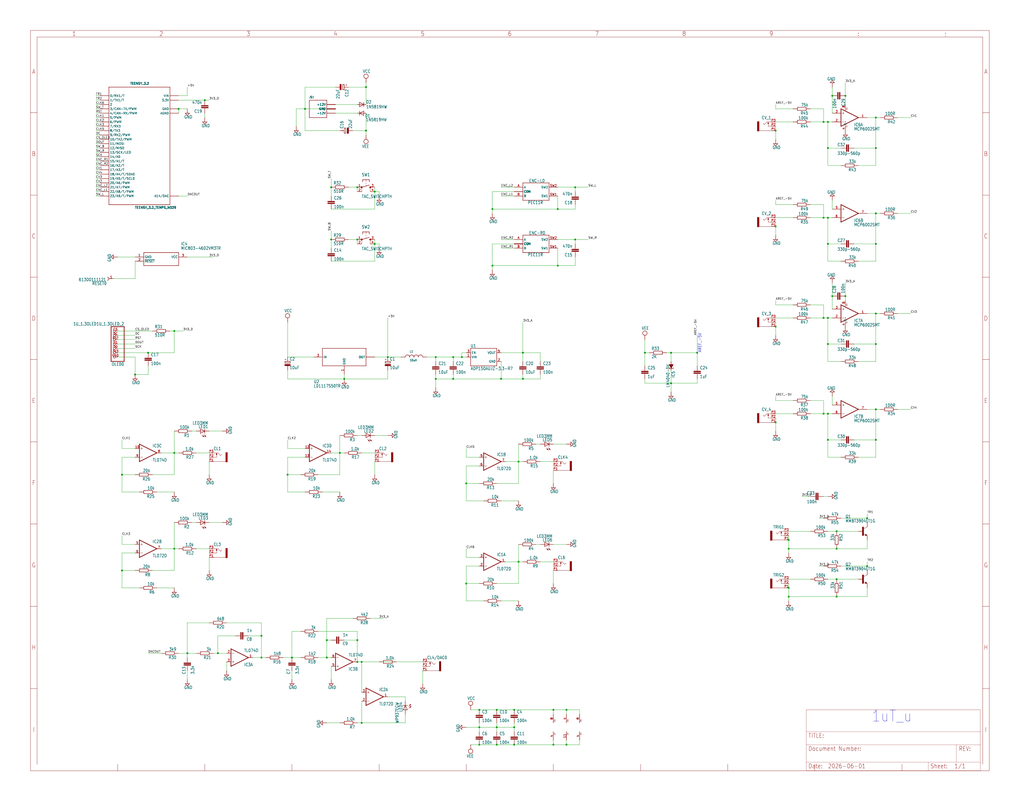
<source format=kicad_sch>
(kicad_sch (version 20231120) (generator "eeschema") (generator_version "8.0")
  (paper "User" 596.9 470.027)
  (lib_symbols
    (symbol "1uT_u_v1_1-eagle-import:1U_1.3OLED1U_1.3OLED_2"
      (property "Reference" "OLED$" (at -3.81 10.795 0))
      (symbol "1U_1.3OLED1U_1.3OLED_2_1_0"
        (pin passive inverted (at 0 5.08 0) (length 2.54) (name "3V3") (number "3V3"))
        (pin passive inverted (at 0 -7.62 0) (length 2.54) (name "CS") (number "CS"))
        (pin passive inverted (at 0 2.54 0) (length 2.54) (name "D0") (number "D0"))
        (pin passive inverted (at 0 0 0) (length 2.54) (name "D1") (number "D1"))
        (pin passive inverted (at 0 -5.08 0) (length 2.54) (name "DC") (number "DC"))
        (pin passive inverted (at 0 7.62 0) (length 2.54) (name "GND") (number "GND"))
        (pin passive inverted (at 0 -2.54 0) (length 2.54) (name "RST") (number "RST"))
      )
    )
    (symbol "1uT_u_v1_1-eagle-import:61300111121"
      (property "Reference" "J" (at 1.27 1.778 0))
      (symbol "61300111121_1_0"
        (pin passive line (at -2.54 0 0) (length 2.54) (name "1") (number "1"))
      )
    )
    (symbol "1uT_u_v1_1-eagle-import:ADP150AUJZ-3.3-R7"
      (property "Reference" "U" (at -7.6334 5.5978 0))
      (symbol "ADP150AUJZ-3.3-R7_1_0"
        (pin input line (at -10.16 0 0) (length 2.54) (name "VIN") (number "1"))
        (pin power_in line (at 10.16 -2.54 180) (length 2.54) (name "GND") (number "2"))
        (pin input line (at -10.16 2.54 0) (length 2.54) (name "EN") (number "3"))
        (pin output line (at 10.16 2.54 180) (length 2.54) (name "VOUT") (number "5"))
      )
    )
    (symbol "1uT_u_v1_1-eagle-import:C-EUC0603"
      (property "Reference" "C" (at 1.524 0.381 0))
      (symbol "C-EUC0603_1_0"
        (pin passive line (at 0 2.54 270) (length 2.54) (name "1") (number "1"))
        (pin passive line (at 0 -5.08 90) (length 2.54) (name "2") (number "2"))
      )
    )
    (symbol "1uT_u_v1_1-eagle-import:C-EUC1206K"
      (property "Reference" "C" (at 1.524 0.381 0))
      (symbol "C-EUC1206K_1_0"
        (pin passive line (at 0 2.54 270) (length 2.54) (name "1") (number "1"))
        (pin passive line (at 0 -5.08 90) (length 2.54) (name "2") (number "2"))
      )
    )
    (symbol "1uT_u_v1_1-eagle-import:CPOL-EUB"
      (property "Reference" "C" (at 1.143 0.4826 0))
      (symbol "CPOL-EUB_1_0"
        (text "+" (at -0.5842 0.4064 900) (effects (font (size 1.27 1.0795)) (justify left bottom)))
        (pin passive line (at 0 2.54 270) (length 2.54) (name "+") (number "+"))
        (pin passive line (at 0 -5.08 90) (length 2.54) (name "-") (number "-"))
      )
    )
    (symbol "1uT_u_v1_1-eagle-import:CPOL-EUC"
      (property "Reference" "C" (at 1.143 0.4826 0))
      (symbol "CPOL-EUC_1_0"
        (text "+" (at -0.5842 0.4064 900) (effects (font (size 1.27 1.0795)) (justify left bottom)))
        (pin passive line (at 0 2.54 270) (length 2.54) (name "+") (number "+"))
        (pin passive line (at 0 -5.08 90) (length 2.54) (name "-") (number "-"))
      )
    )
    (symbol "1uT_u_v1_1-eagle-import:DIODE_DIODE-SOD123"
      (property "Reference" "D" (at 2.54 0.4826 0))
      (symbol "DIODE_DIODE-SOD123_1_0"
        (pin passive line (at -2.54 0 0) (length 2.54) (name "A") (number "A"))
        (pin passive line (at 2.54 0 180) (length 2.54) (name "C") (number "C"))
      )
    )
    (symbol "1uT_u_v1_1-eagle-import:FRAME_C_L"
      (symbol "FRAME_C_L_1_0"
        (text "1" (at 25.4 429.895 0) (effects (font (size 2.54 2.286))))
        (text "2" (at 76.2 429.895 0) (effects (font (size 2.54 2.286))))
        (text "3" (at 127 429.895 0) (effects (font (size 2.54 2.286))))
        (text "4" (at 177.8 429.895 0) (effects (font (size 2.54 2.286))))
        (text "5" (at 228.6 429.895 0) (effects (font (size 2.54 2.286))))
        (text "6" (at 279.4 429.895 0) (effects (font (size 2.54 2.286))))
        (text "7" (at 330.2 429.895 0) (effects (font (size 2.54 2.286))))
        (text "8" (at 381 429.895 0) (effects (font (size 2.54 2.286))))
        (text "9" (at 431.8 429.895 0) (effects (font (size 2.54 2.286))))
        (text ":" (at 482.6 429.895 0) (effects (font (size 2.54 2.286))))
        (text ";" (at 533.4 429.895 0) (effects (font (size 2.54 2.286))))
        (text "A" (at 1.905 407.8111 0) (effects (font (size 2.54 2.286))))
        (text "A" (at 556.895 407.8111 0) (effects (font (size 2.54 2.286))))
        (text "B" (at 1.905 359.8333 0) (effects (font (size 2.54 2.286))))
        (text "B" (at 556.895 359.8333 0) (effects (font (size 2.54 2.286))))
        (text "C" (at 1.905 311.8556 0) (effects (font (size 2.54 2.286))))
        (text "C" (at 556.895 311.8556 0) (effects (font (size 2.54 2.286))))
        (text "D" (at 1.905 263.8778 0) (effects (font (size 2.54 2.286))))
        (text "D" (at 556.895 263.8778 0) (effects (font (size 2.54 2.286))))
        (text "E" (at 1.905 215.9 0) (effects (font (size 2.54 2.286))))
        (text "E" (at 556.895 215.9 0) (effects (font (size 2.54 2.286))))
        (text "F" (at 1.905 167.9222 0) (effects (font (size 2.54 2.286))))
        (text "F" (at 556.895 167.9222 0) (effects (font (size 2.54 2.286))))
        (text "G" (at 1.905 119.9444 0) (effects (font (size 2.54 2.286))))
        (text "G" (at 556.895 119.9444 0) (effects (font (size 2.54 2.286))))
        (text "H" (at 1.905 71.9667 0) (effects (font (size 2.54 2.286))))
        (text "H" (at 556.895 71.9667 0) (effects (font (size 2.54 2.286))))
        (text "I" (at 1.905 23.9889 0) (effects (font (size 2.54 2.286))))
        (text "I" (at 556.895 23.9889 0) (effects (font (size 2.54 2.286))))
      )
      (symbol "FRAME_C_L_2_0"
        (text "${#}/${##}" (at 86.36 1.27 0) (effects (font (size 2.54 2.159)) (justify left bottom)))
        (text "${CURRENT_DATE}" (at 12.7 1.27 0) (effects (font (size 2.54 2.159)) (justify left bottom)))
        (text "${PROJECTNAME}" (at 17.78 19.05 0) (effects (font (size 2.54 2.159)) (justify left bottom)))
        (text "Date:" (at 1.27 1.27 0) (effects (font (size 2.54 2.159)) (justify left bottom)))
        (text "Document Number:" (at 1.27 11.43 0) (effects (font (size 2.54 2.159)) (justify left bottom)))
        (text "REV:" (at 88.9 11.43 0) (effects (font (size 2.54 2.159)) (justify left bottom)))
        (text "Sheet:" (at 72.39 1.27 0) (effects (font (size 2.54 2.159)) (justify left bottom)))
        (text "TITLE:" (at 1.27 19.05 0) (effects (font (size 2.54 2.159)) (justify left bottom)))
      )
    )
    (symbol "1uT_u_v1_1-eagle-import:GND" (power)
      (symbol "GND_1_0"
        (pin power_in line (at 0 2.54 270) (length 2.54) (name "GND") (number "1"))
      )
    )
    (symbol "1uT_u_v1_1-eagle-import:LD1117S50TR"
      (property "Reference" "U" (at -17.7966 -15.2542 0))
      (symbol "LD1117S50TR_1_0"
        (pin passive line (at 0 -10.16 90) (length 5.08) (name "GND") (number "1"))
        (pin output line (at 17.78 0 180) (length 5.08) (name "OUT") (number "2"))
        (pin input line (at -17.78 0 0) (length 5.08) (name "IN") (number "3"))
        (pin output line (at 17.78 0 180) (length 5.08) (name "OUT") (number "4"))
      )
    )
    (symbol "1uT_u_v1_1-eagle-import:LED3MM"
      (property "Reference" "LED" (at 3.556 -4.572 90))
      (symbol "LED3MM_1_0"
        (pin passive line (at 0 2.54 270) (length 2.54) (name "A") (number "A"))
        (pin passive line (at 0 -5.08 90) (length 2.54) (name "C") (number "K"))
      )
    )
    (symbol "1uT_u_v1_1-eagle-import:LM4041DBZ"
      (property "Reference" "IC" (at 2.794 1.905 0))
      (symbol "LM4041DBZ_1_0"
        (pin passive line (at 0 2.54 270) (length 2.54) (name "C") (number "1"))
        (pin passive line (at 0 -2.54 90) (length 2.54) (name "A") (number "2"))
      )
    )
    (symbol "1uT_u_v1_1-eagle-import:MCP6002SMT"
      (property "Reference" "IC$" (at 5.08 -5.08 0))
      (symbol "MCP6002SMT_1_0"
        (text "V+" (at 1.27 4.445 900) (effects (font (size 0.8128 0.6908)) (justify left bottom)))
        (text "V-" (at 1.27 -5.715 900) (effects (font (size 0.8128 0.6908)) (justify left bottom)))
        (pin output line (at 12.7 0 180) (length 5.08) (name "OUT") (number "1"))
        (pin input line (at -7.62 -2.54 0) (length 5.08) (name "-IN") (number "2"))
        (pin input line (at -7.62 2.54 0) (length 5.08) (name "+IN") (number "3"))
        (pin power_in line (at 0 -7.62 90) (length 2.54) (name "V-") (number "4"))
        (pin power_in line (at 0 7.62 270) (length 2.54) (name "V+") (number "8"))
      )
      (symbol "MCP6002SMT_2_0"
        (pin input line (at -7.62 2.54 0) (length 5.08) (name "+IN") (number "5"))
        (pin input line (at -7.62 -2.54 0) (length 5.08) (name "-IN") (number "6"))
        (pin output line (at 12.7 0 180) (length 5.08) (name "OUT") (number "7"))
      )
    )
    (symbol "1uT_u_v1_1-eagle-import:MIC803-46D2VM3TR"
      (property "Reference" "IC" (at 26.67 7.62 0))
      (symbol "MIC803-46D2VM3TR_1_0"
        (pin bidirectional line (at 0 0 0) (length 5.08) (name "GND") (number "1"))
        (pin bidirectional line (at 0 -2.54 0) (length 5.08) (name "~{RESET}") (number "2"))
        (pin bidirectional line (at 30.48 0 180) (length 5.08) (name "VCC") (number "3"))
      )
    )
    (symbol "1uT_u_v1_1-eagle-import:OG-PJ301_PJ301_THONKICONN"
      (property "Reference" "J" (at -2.54 4.064 0))
      (symbol "OG-PJ301_PJ301_THONKICONN_1_0"
        (pin passive line (at -5.08 -2.54 0) (length 2.54) (name "1") (number "P1"))
        (pin passive line (at -5.08 0 0) (length 2.54) (name "2") (number "P2"))
        (pin passive line (at -5.08 2.54 0) (length 2.54) (name "3") (number "P3"))
      )
    )
    (symbol "1uT_u_v1_1-eagle-import:PEC11R"
      (property "Reference" "U" (at 8.636 3.81 0))
      (symbol "PEC11R_1_0"
        (pin bidirectional line (at 0 0 0) (length 5.08) (name "A") (number "A"))
        (pin bidirectional line (at 0 -5.08 0) (length 5.08) (name "B") (number "B"))
        (pin bidirectional line (at 0 -2.54 0) (length 5.08) (name "COM") (number "C"))
        (pin bidirectional line (at 0 -2.54 0) (length 5.08) (name "COM") (number "SH1"))
        (pin bidirectional line (at 0 -2.54 0) (length 5.08) (name "COM") (number "SH2"))
        (pin bidirectional line (at 25.4 -5.08 180) (length 5.08) (name "SW1") (number "SW1"))
        (pin bidirectional line (at 25.4 0 180) (length 5.08) (name "SW2") (number "SW2"))
      )
    )
    (symbol "1uT_u_v1_1-eagle-import:POWER_SIMPLE10"
      (property "Reference" "J$" (at -5.334 6.096 0))
      (symbol "POWER_SIMPLE10_1_0"
        (pin bidirectional line (at 10.16 -2.54 180) (length 5.08) (name "-12V") (number "1"))
        (pin bidirectional line (at 10.16 2.54 180) (length 5.08) (name "+12V") (number "10"))
        (pin bidirectional line (at 10.16 -2.54 180) (length 5.08) (name "-12V") (number "2"))
        (pin bidirectional line (at 10.16 0 180) (length 5.08) (name "GND") (number "3"))
        (pin bidirectional line (at 10.16 0 180) (length 5.08) (name "GND") (number "4"))
        (pin bidirectional line (at 10.16 0 180) (length 5.08) (name "GND") (number "5"))
        (pin bidirectional line (at 10.16 0 180) (length 5.08) (name "GND") (number "6"))
        (pin bidirectional line (at 10.16 0 180) (length 5.08) (name "GND") (number "7"))
        (pin bidirectional line (at 10.16 0 180) (length 5.08) (name "GND") (number "8"))
        (pin bidirectional line (at 10.16 2.54 180) (length 5.08) (name "+12V") (number "9"))
      )
    )
    (symbol "1uT_u_v1_1-eagle-import:R-EU_R0603"
      (property "Reference" "R" (at -3.81 1.4986 0))
      (symbol "R-EU_R0603_1_0"
        (pin passive line (at -5.08 0 0) (length 2.54) (name "1") (number "1"))
        (pin passive line (at 5.08 0 180) (length 2.54) (name "2") (number "2"))
      )
    )
    (symbol "1uT_u_v1_1-eagle-import:TAC_SWITCHPTH"
      (property "Reference" "S" (at -2.54 6.35 0))
      (symbol "TAC_SWITCHPTH_1_0"
        (pin passive line (at -5.08 0 0) (length 2.54) (name "1") (number "1"))
        (pin passive line (at -5.08 -2.54 0) (length 2.54) (name "2") (number "2"))
        (pin passive line (at 5.08 0 180) (length 2.54) (name "3") (number "3"))
        (pin passive line (at 5.08 -2.54 180) (length 2.54) (name "4") (number "4"))
      )
    )
    (symbol "1uT_u_v1_1-eagle-import:TEENSY_3.2_TEMPS_NO29"
      (property "Reference" "MCU$" (at -5.588 34.29 0))
      (symbol "TEENSY_3.2_TEMPS_NO29_1_0"
        (pin bidirectional line (at -22.86 27.94 0) (length 5.08) (name "0/RX1/T") (number "0"))
        (pin bidirectional line (at -22.86 25.4 0) (length 5.08) (name "1/TX1/T") (number "1"))
        (pin bidirectional line (at -22.86 2.54 0) (length 5.08) (name "10/TX2/PWM") (number "10"))
        (pin bidirectional line (at -22.86 0 0) (length 5.08) (name "11/MOSI") (number "11"))
        (pin bidirectional line (at -22.86 -2.54 0) (length 5.08) (name "12/MISO") (number "12"))
        (pin bidirectional line (at -22.86 -5.08 0) (length 5.08) (name "13/SCK/LED") (number "13"))
        (pin bidirectional line (at -22.86 -7.62 0) (length 5.08) (name "14/A0") (number "14/A0"))
        (pin bidirectional line (at -22.86 -10.16 0) (length 5.08) (name "15/A1/T") (number "15/A1"))
        (pin bidirectional line (at -22.86 -12.7 0) (length 5.08) (name "16/A2/T") (number "16/A2"))
        (pin bidirectional line (at -22.86 -15.24 0) (length 5.08) (name "17/A3/T") (number "17/A3"))
        (pin bidirectional line (at -22.86 -17.78 0) (length 5.08) (name "18/A4/T/SDA0") (number "18/A4"))
        (pin bidirectional line (at -22.86 -20.32 0) (length 5.08) (name "19/A5/T/SCL0") (number "19/A5"))
        (pin bidirectional line (at -22.86 22.86 0) (length 5.08) (name "2") (number "2"))
        (pin bidirectional line (at -22.86 -22.86 0) (length 5.08) (name "20/A6/PWM") (number "20/A6"))
        (pin bidirectional line (at -22.86 -25.4 0) (length 5.08) (name "21/A7/PWM") (number "21/A7"))
        (pin bidirectional line (at -22.86 -27.94 0) (length 5.08) (name "22/A8/T/PWM") (number "22/A8"))
        (pin bidirectional line (at -22.86 -30.48 0) (length 5.08) (name "23/A9/T/PWM") (number "23/A9"))
        (pin bidirectional line (at -22.86 20.32 0) (length 5.08) (name "3/CAN-TX/PWM") (number "3"))
        (pin power_in line (at 22.86 25.4 180) (length 5.08) (name "3.3V") (number "3.3V"))
        (pin bidirectional line (at -22.86 17.78 0) (length 5.08) (name "4/CAN-RX/PWM") (number "4"))
        (pin bidirectional line (at -22.86 15.24 0) (length 5.08) (name "5/PWM") (number "5"))
        (pin bidirectional line (at -22.86 12.7 0) (length 5.08) (name "6/PWM") (number "6"))
        (pin bidirectional line (at -22.86 10.16 0) (length 5.08) (name "7/RX3") (number "7"))
        (pin bidirectional line (at -22.86 7.62 0) (length 5.08) (name "8/TX3") (number "8"))
        (pin bidirectional line (at -22.86 5.08 0) (length 5.08) (name "9/RX2/PWM") (number "9"))
        (pin power_in line (at 22.86 17.78 180) (length 5.08) (name "AGND") (number "AGND"))
        (pin power_in line (at 22.86 20.32 180) (length 5.08) (name "GND") (number "GND"))
        (pin bidirectional line (at 22.86 -30.48 180) (length 5.08) (name "A14/DAC") (number "RESET/DAC"))
        (pin power_in line (at 22.86 27.94 180) (length 5.08) (name "VIN") (number "VIN"))
      )
    )
    (symbol "1uT_u_v1_1-eagle-import:TL072D"
      (symbol "TL072D_1_0"
        (pin output line (at 7.62 0 180) (length 2.54) (name "OUT") (number "1"))
        (pin input line (at -7.62 -2.54 0) (length 2.54) (name "-IN") (number "2"))
        (pin input line (at -7.62 2.54 0) (length 2.54) (name "+IN") (number "3"))
      )
      (symbol "TL072D_2_0"
        (pin input line (at -7.62 2.54 0) (length 2.54) (name "+IN") (number "5"))
        (pin input line (at -7.62 -2.54 0) (length 2.54) (name "-IN") (number "6"))
        (pin output line (at 7.62 0 180) (length 2.54) (name "OUT") (number "7"))
      )
      (symbol "TL072D_3_0"
        (text "V+" (at 1.27 3.175 900) (effects (font (size 0.8128 0.6908)) (justify left bottom)))
        (text "V-" (at 1.27 -4.445 900) (effects (font (size 0.8128 0.6908)) (justify left bottom)))
        (pin power_in line (at 0 -7.62 90) (length 5.08) (name "V-") (number "4"))
        (pin power_in line (at 0 7.62 270) (length 5.08) (name "V+") (number "8"))
      )
    )
    (symbol "1uT_u_v1_1-eagle-import:TL074D"
      (symbol "TL074D_1_0"
        (pin output line (at 7.62 0 180) (length 2.54) (name "OUT") (number "1"))
        (pin input line (at -7.62 -2.54 0) (length 2.54) (name "-IN") (number "2"))
        (pin input line (at -7.62 2.54 0) (length 2.54) (name "+IN") (number "3"))
      )
      (symbol "TL074D_2_0"
        (pin input line (at -7.62 2.54 0) (length 2.54) (name "+IN") (number "5"))
        (pin input line (at -7.62 -2.54 0) (length 2.54) (name "-IN") (number "6"))
        (pin output line (at 7.62 0 180) (length 2.54) (name "OUT") (number "7"))
      )
      (symbol "TL074D_3_0"
        (pin input line (at -7.62 2.54 0) (length 2.54) (name "+IN") (number "10"))
        (pin output line (at 7.62 0 180) (length 2.54) (name "OUT") (number "8"))
        (pin input line (at -7.62 -2.54 0) (length 2.54) (name "-IN") (number "9"))
      )
      (symbol "TL074D_4_0"
        (pin input line (at -7.62 2.54 0) (length 2.54) (name "+IN") (number "12"))
        (pin input line (at -7.62 -2.54 0) (length 2.54) (name "-IN") (number "13"))
        (pin output line (at 7.62 0 180) (length 2.54) (name "OUT") (number "14"))
      )
      (symbol "TL074D_5_0"
        (text "V+" (at 1.27 3.175 900) (effects (font (size 0.8128 0.6908)) (justify left bottom)))
        (text "V-" (at 1.27 -4.445 900) (effects (font (size 0.8128 0.6908)) (justify left bottom)))
        (pin power_in line (at 0 -7.62 90) (length 5.08) (name "V-") (number "11"))
        (pin power_in line (at 0 7.62 270) (length 5.08) (name "V+") (number "4"))
      )
    )
    (symbol "1uT_u_v1_1-eagle-import:TRANSISTOR_-NPN-SOT23-BEC"
      (property "Reference" "T" (at -10.16 7.62 0))
      (symbol "TRANSISTOR_-NPN-SOT23-BEC_1_0"
        (pin passive line (at -2.54 0 0) (length 2.54) (name "B") (number "B"))
        (pin passive line (at 2.54 5.08 270) (length 2.54) (name "C") (number "C"))
        (pin passive line (at 2.54 -5.08 90) (length 2.54) (name "E") (number "E"))
      )
    )
    (symbol "1uT_u_v1_1-eagle-import:VCC" (power)
      (symbol "VCC_1_0"
        (pin power_in line (at 0 -2.54 90) (length 2.54) (name "VCC") (number "1"))
      )
    )
    (symbol "1uT_u_v1_1-eagle-import:VEE" (power)
      (symbol "VEE_1_0"
        (pin power_in line (at 0 -2.54 90) (length 2.54) (name "VEE") (number "1"))
      )
    )
    (symbol "1uT_u_v1_1-eagle-import:WE-LQ_1210"
      (symbol "WE-LQ_1210_1_0"
        (pin passive line (at -7.62 0 0) (length 2.54) (name "1") (number "1"))
        (pin passive line (at 7.62 0 180) (length 2.54) (name "2") (number "2"))
      )
    )
  )
  (junction (at 322.58 414.02))
  (junction (at 452.12 190.5))
  (junction (at 487.68 320.04))
  (junction (at 302.26 269.24))
  (junction (at 198.12 264.16))
  (junction (at 119.38 58.42))
  (junction (at 391.16 223.52))
  (junction (at 226.06 208.28))
  (junction (at 482.6 71.12))
  (junction (at 459.74 314.96))
  (junction (at 510.54 200.66))
  (junction (at 510.54 238.76))
  (junction (at 485.14 172.72))
  (junction (at 292.1 220.98))
  (junction (at 177.8 63.5))
  (junction (at 289.56 424.18))
  (junction (at 335.28 139.7))
  (junction (at 459.74 320.04))
  (junction (at 480.06 71.12))
  (junction (at 299.72 414.02))
  (junction (at 208.28 386.08))
  (junction (at 218.44 111.76))
  (junction (at 330.2 434.34))
  (junction (at 101.6 320.04))
  (junction (at 152.4 370.84))
  (junction (at 208.28 373.38))
  (junction (at 510.54 86.36))
  (junction (at 335.28 109.22))
  (junction (at 459.74 342.9))
  (junction (at 482.6 127))
  (junction (at 289.56 414.02))
  (junction (at 322.58 434.34))
  (junction (at 510.54 124.46))
  (junction (at 325.12 154.94))
  (junction (at 485.14 55.88))
  (junction (at 190.5 383.54))
  (junction (at 193.04 109.22))
  (junction (at 271.78 340.36))
  (junction (at 480.06 127))
  (junction (at 264.16 220.98))
  (junction (at 492.76 172.72))
  (junction (at 505.46 302.26))
  (junction (at 190.5 373.38))
  (junction (at 510.54 68.58))
  (junction (at 480.06 185.42))
  (junction (at 482.6 86.36))
  (junction (at 482.6 142.24))
  (junction (at 459.74 347.98))
  (junction (at 482.6 241.3))
  (junction (at 287.02 154.94))
  (junction (at 299.72 434.34))
  (junction (at 210.82 386.08))
  (junction (at 287.02 121.92))
  (junction (at 101.6 193.04))
  (junction (at 200.66 220.98))
  (junction (at 302.26 327.66))
  (junction (at 104.14 63.5))
  (junction (at 452.12 132.08))
  (junction (at 510.54 142.24))
  (junction (at 510.54 182.88))
  (junction (at 279.4 434.34))
  (junction (at 299.72 424.18))
  (junction (at 279.4 424.18))
  (junction (at 304.8 205.74))
  (junction (at 304.8 220.98))
  (junction (at 510.54 256.54))
  (junction (at 127 381))
  (junction (at 109.22 381))
  (junction (at 487.68 309.88))
  (junction (at 152.4 383.54))
  (junction (at 210.82 421.64))
  (junction (at 71.12 332.74))
  (junction (at 208.28 139.7))
  (junction (at 487.68 347.98))
  (junction (at 101.6 264.16))
  (junction (at 254 208.28))
  (junction (at 264.16 208.28))
  (junction (at 452.12 76.2))
  (junction (at 289.56 434.34))
  (junction (at 254 220.98))
  (junction (at 170.18 383.54))
  (junction (at 279.4 414.02))
  (junction (at 208.28 109.22))
  (junction (at 213.36 76.2))
  (junction (at 213.36 50.8))
  (junction (at 71.12 276.86))
  (junction (at 482.6 185.42))
  (junction (at 269.24 208.28))
  (junction (at 78.74 218.44))
  (junction (at 505.46 330.2))
  (junction (at 330.2 414.02))
  (junction (at 167.64 276.86))
  (junction (at 482.6 256.54))
  (junction (at 406.4 205.74))
  (junction (at 452.12 246.38))
  (junction (at 271.78 281.94))
  (junction (at 375.92 205.74))
  (junction (at 487.68 337.82))
  (junction (at 480.06 241.3))
  (junction (at 391.16 205.74))
  (junction (at 492.76 55.88))
  (junction (at 86.36 205.74))
  (junction (at 325.12 121.92))
  (junction (at 482.6 200.66))
  (junction (at 193.04 139.7))
  (junction (at 218.44 142.24))
  (wire (pts (xy 271.78 330.2) (xy 279.4 330.2)) (stroke (width 0.1524)))
  (wire (pts (xy 226.06 208.28) (xy 226.06 185.42)) (stroke (width 0.1524)))
  (wire (pts (xy 264.16 218.44) (xy 264.16 220.98)) (stroke (width 0.1524)))
  (wire (pts (xy 226.06 208.28) (xy 233.68 208.28)) (stroke (width 0.1524)))
  (wire (pts (xy 210.82 408.94) (xy 210.82 421.64)) (stroke (width 0.1524)))
  (wire (pts (xy 58.42 73.66) (xy 55.88 73.66)) (stroke (width 0.1524)))
  (wire (pts (xy 337.82 434.34) (xy 330.2 434.34)) (stroke (width 0.1524)))
  (wire (pts (xy 58.42 86.36) (xy 55.88 86.36)) (stroke (width 0.1524)))
  (wire (pts (xy 58.42 106.68) (xy 55.88 106.68)) (stroke (width 0.1524)))
  (wire (pts (xy 314.96 269.24) (xy 322.58 269.24)) (stroke (width 0.1524)))
  (wire (pts (xy 177.8 63.5) (xy 177.8 50.8)) (stroke (width 0.1524)))
  (wire (pts (xy 101.6 193.04) (xy 106.68 193.04)) (stroke (width 0.1524)))
  (wire (pts (xy 485.14 55.88) (xy 485.14 66.04)) (stroke (width 0.1524)))
  (wire (pts (xy 482.6 256.54) (xy 482.6 241.3)) (stroke (width 0.1524)))
  (wire (pts (xy 203.2 109.22) (xy 208.28 109.22)) (stroke (width 0.1524)))
  (wire (pts (xy 335.28 154.94) (xy 325.12 154.94)) (stroke (width 0.1524)))
  (wire (pts (xy 58.42 99.06) (xy 55.88 99.06)) (stroke (width 0.1524)))
  (wire (pts (xy 505.46 332.74) (xy 505.46 330.2)) (stroke (width 0.1524)))
  (wire (pts (xy 510.54 86.36) (xy 510.54 96.52)) (stroke (width 0.1524)))
  (wire (pts (xy 510.54 182.88) (xy 513.08 182.88)) (stroke (width 0.1524)))
  (wire (pts (xy 200.66 373.38) (xy 208.28 373.38)) (stroke (width 0.1524)))
  (wire (pts (xy 289.56 424.18) (xy 289.56 426.72)) (stroke (width 0.1524)))
  (wire (pts (xy 71.12 261.62) (xy 71.12 256.54)) (stroke (width 0.1524)))
  (wire (pts (xy 314.96 327.66) (xy 322.58 327.66)) (stroke (width 0.1524)))
  (wire (pts (xy 325.12 121.92) (xy 287.02 121.92)) (stroke (width 0.1524)))
  (wire (pts (xy 480.06 127) (xy 482.6 127)) (stroke (width 0.1524)))
  (wire (pts (xy 391.16 210.82) (xy 391.16 205.74)) (stroke (width 0.1524)))
  (wire (pts (xy 101.6 264.16) (xy 104.14 264.16)) (stroke (width 0.1524)))
  (wire (pts (xy 101.6 205.74) (xy 101.6 193.04)) (stroke (width 0.1524)))
  (wire (pts (xy 485.14 180.34) (xy 485.14 172.72)) (stroke (width 0.1524)))
  (wire (pts (xy 58.42 93.98) (xy 55.88 93.98)) (stroke (width 0.1524)))
  (wire (pts (xy 271.78 292.1) (xy 281.94 292.1)) (stroke (width 0.1524)))
  (wire (pts (xy 109.22 391.16) (xy 109.22 396.24)) (stroke (width 0.1524)))
  (wire (pts (xy 482.6 210.82) (xy 482.6 200.66)) (stroke (width 0.1524)))
  (wire (pts (xy 58.42 60.96) (xy 55.88 60.96)) (stroke (width 0.1524)))
  (wire (pts (xy 111.76 251.46) (xy 114.3 251.46)) (stroke (width 0.1524)))
  (wire (pts (xy 71.12 317.5) (xy 78.74 317.5)) (stroke (width 0.1524)))
  (wire (pts (xy 314.96 205.74) (xy 314.96 210.82)) (stroke (width 0.1524)))
  (wire (pts (xy 109.22 383.54) (xy 109.22 381)) (stroke (width 0.1524)))
  (wire (pts (xy 279.4 424.18) (xy 279.4 421.64)) (stroke (width 0.1524)))
  (wire (pts (xy 193.04 264.16) (xy 198.12 264.16)) (stroke (width 0.1524)))
  (wire (pts (xy 472.44 241.3) (xy 480.06 241.3)) (stroke (width 0.1524)))
  (wire (pts (xy 304.8 205.74) (xy 304.8 210.82)) (stroke (width 0.1524)))
  (wire (pts (xy 246.38 398.78) (xy 246.38 391.16)) (stroke (width 0.1524)))
  (wire (pts (xy 218.44 121.92) (xy 193.04 121.92)) (stroke (width 0.1524)))
  (wire (pts (xy 490.22 256.54) (xy 482.6 256.54)) (stroke (width 0.1524)))
  (wire (pts (xy 101.6 320.04) (xy 101.6 304.8)) (stroke (width 0.1524)))
  (wire (pts (xy 71.12 322.58) (xy 71.12 332.74)) (stroke (width 0.1524)))
  (wire (pts (xy 101.6 276.86) (xy 88.9 276.86)) (stroke (width 0.1524)))
  (wire (pts (xy 193.04 373.38) (xy 190.5 373.38)) (stroke (width 0.1524)))
  (wire (pts (xy 482.6 152.4) (xy 482.6 142.24)) (stroke (width 0.1524)))
  (wire (pts (xy 482.6 266.7) (xy 482.6 256.54)) (stroke (width 0.1524)))
  (wire (pts (xy 299.72 111.76) (xy 287.02 111.76)) (stroke (width 0.1524)))
  (wire (pts (xy 213.36 76.2) (xy 213.36 78.74)) (stroke (width 0.1524)))
  (wire (pts (xy 289.56 414.02) (xy 299.72 414.02)) (stroke (width 0.1524)))
  (wire (pts (xy 459.74 322.58) (xy 459.74 320.04)) (stroke (width 0.1524)))
  (wire (pts (xy 93.98 320.04) (xy 101.6 320.04)) (stroke (width 0.1524)))
  (wire (pts (xy 510.54 152.4) (xy 500.38 152.4)) (stroke (width 0.1524)))
  (wire (pts (xy 177.8 63.5) (xy 177.8 76.2)) (stroke (width 0.1524)))
  (wire (pts (xy 205.74 76.2) (xy 213.36 76.2)) (stroke (width 0.1524)))
  (wire (pts (xy 121.92 304.8) (xy 129.54 304.8)) (stroke (width 0.1524)))
  (wire (pts (xy 322.58 431.8) (xy 322.58 434.34)) (stroke (width 0.1524)))
  (wire (pts (xy 271.78 266.7) (xy 271.78 261.62)) (stroke (width 0.1524)))
  (wire (pts (xy 299.72 414.02) (xy 322.58 414.02)) (stroke (width 0.1524)))
  (wire (pts (xy 330.2 414.02) (xy 322.58 414.02)) (stroke (width 0.1524)))
  (wire (pts (xy 68.58 149.86) (xy 78.74 149.86)) (stroke (width 0.1524)))
  (wire (pts (xy 472.44 119.38) (xy 480.06 119.38)) (stroke (width 0.1524)))
  (wire (pts (xy 462.28 63.5) (xy 452.12 63.5)) (stroke (width 0.1524)))
  (wire (pts (xy 452.12 246.38) (xy 452.12 243.84)) (stroke (width 0.1524)))
  (wire (pts (xy 391.16 223.52) (xy 391.16 215.9)) (stroke (width 0.1524)))
  (wire (pts (xy 302.26 327.66) (xy 302.26 317.5)) (stroke (width 0.1524)))
  (wire (pts (xy 109.22 381) (xy 109.22 363.22)) (stroke (width 0.1524)))
  (wire (pts (xy 215.9 360.68) (xy 223.52 360.68)) (stroke (width 0.1524)))
  (wire (pts (xy 510.54 68.58) (xy 513.08 68.58)) (stroke (width 0.1524)))
  (wire (pts (xy 167.64 287.02) (xy 177.8 287.02)) (stroke (width 0.1524)))
  (wire (pts (xy 325.12 114.3) (xy 325.12 121.92)) (stroke (width 0.1524)))
  (wire (pts (xy 505.46 182.88) (xy 510.54 182.88)) (stroke (width 0.1524)))
  (wire (pts (xy 58.42 111.76) (xy 55.88 111.76)) (stroke (width 0.1524)))
  (wire (pts (xy 78.74 162.56) (xy 66.04 162.56)) (stroke (width 0.1524)))
  (wire (pts (xy 325.12 144.78) (xy 325.12 154.94)) (stroke (width 0.1524)))
  (wire (pts (xy 132.08 363.22) (xy 152.4 363.22)) (stroke (width 0.1524)))
  (wire (pts (xy 71.12 266.7) (xy 71.12 276.86)) (stroke (width 0.1524)))
  (wire (pts (xy 220.98 142.24) (xy 218.44 142.24)) (stroke (width 0.1524)))
  (wire (pts (xy 274.32 434.34) (xy 279.4 434.34)) (stroke (width 0.1524)))
  (wire (pts (xy 99.06 193.04) (xy 101.6 193.04)) (stroke (width 0.1524)))
  (wire (pts (xy 459.74 340.36) (xy 459.74 342.9)) (stroke (width 0.1524)))
  (wire (pts (xy 335.28 109.22) (xy 335.28 111.76)) (stroke (width 0.1524)))
  (wire (pts (xy 220.98 111.76) (xy 218.44 111.76)) (stroke (width 0.1524)))
  (wire (pts (xy 482.6 71.12) (xy 485.14 71.12)) (stroke (width 0.1524)))
  (wire (pts (xy 302.26 269.24) (xy 302.26 281.94)) (stroke (width 0.1524)))
  (wire (pts (xy 218.44 139.7) (xy 218.44 142.24)) (stroke (width 0.1524)))
  (wire (pts (xy 480.06 177.8) (xy 480.06 185.42)) (stroke (width 0.1524)))
  (wire (pts (xy 167.64 266.7) (xy 177.8 266.7)) (stroke (width 0.1524)))
  (wire (pts (xy 58.42 114.3) (xy 55.88 114.3)) (stroke (width 0.1524)))
  (wire (pts (xy 198.12 276.86) (xy 185.42 276.86)) (stroke (width 0.1524)))
  (wire (pts (xy 78.74 218.44) (xy 86.36 218.44)) (stroke (width 0.1524)))
  (wire (pts (xy 58.42 55.88) (xy 55.88 55.88)) (stroke (width 0.1524)))
  (wire (pts (xy 78.74 208.28) (xy 78.74 218.44)) (stroke (width 0.1524)))
  (wire (pts (xy 472.44 63.5) (xy 480.06 63.5)) (stroke (width 0.1524)))
  (wire (pts (xy 93.98 381) (xy 86.36 381)) (stroke (width 0.1524)))
  (wire (pts (xy 322.58 317.5) (xy 330.2 317.5)) (stroke (width 0.1524)))
  (wire (pts (xy 210.82 386.08) (xy 210.82 403.86)) (stroke (width 0.1524)))
  (wire (pts (xy 91.44 287.02) (xy 101.6 287.02)) (stroke (width 0.1524)))
  (wire (pts (xy 58.42 68.58) (xy 55.88 68.58)) (stroke (width 0.1524)))
  (wire (pts (xy 472.44 233.68) (xy 480.06 233.68)) (stroke (width 0.1524)))
  (wire (pts (xy 482.6 200.66) (xy 482.6 185.42)) (stroke (width 0.1524)))
  (wire (pts (xy 452.12 119.38) (xy 452.12 116.84)) (stroke (width 0.1524)))
  (wire (pts (xy 114.3 264.16) (xy 121.92 264.16)) (stroke (width 0.1524)))
  (wire (pts (xy 452.12 132.08) (xy 452.12 129.54)) (stroke (width 0.1524)))
  (wire (pts (xy 58.42 83.82) (xy 55.88 83.82)) (stroke (width 0.1524)))
  (wire (pts (xy 490.22 302.26) (xy 505.46 302.26)) (stroke (width 0.1524)))
  (wire (pts (xy 71.12 342.9) (xy 81.28 342.9)) (stroke (width 0.1524)))
  (wire (pts (xy 314.96 218.44) (xy 314.96 220.98)) (stroke (width 0.1524)))
  (wire (pts (xy 104.14 55.88) (xy 109.22 55.88)) (stroke (width 0.1524)))
  (wire (pts (xy 505.46 347.98) (xy 487.68 347.98)) (stroke (width 0.1524)))
  (wire (pts (xy 254 218.44) (xy 254 220.98)) (stroke (width 0.1524)))
  (wire (pts (xy 58.42 104.14) (xy 55.88 104.14)) (stroke (width 0.1524)))
  (wire (pts (xy 289.56 424.18) (xy 299.72 424.18)) (stroke (width 0.1524)))
  (wire (pts (xy 193.04 144.78) (xy 193.04 139.7)) (stroke (width 0.1524)))
  (wire (pts (xy 325.12 154.94) (xy 287.02 154.94)) (stroke (width 0.1524)))
  (wire (pts (xy 299.72 421.64) (xy 299.72 424.18)) (stroke (width 0.1524)))
  (wire (pts (xy 482.6 185.42) (xy 485.14 185.42)) (stroke (width 0.1524)))
  (wire (pts (xy 274.32 414.02) (xy 279.4 414.02)) (stroke (width 0.1524)))
  (wire (pts (xy 314.96 220.98) (xy 304.8 220.98)) (stroke (width 0.1524)))
  (wire (pts (xy 152.4 370.84) (xy 152.4 383.54)) (stroke (width 0.1524)))
  (wire (pts (xy 523.24 182.88) (xy 530.86 182.88)) (stroke (width 0.1524)))
  (wire (pts (xy 198.12 264.16) (xy 198.12 254)) (stroke (width 0.1524)))
  (wire (pts (xy 510.54 124.46) (xy 513.08 124.46)) (stroke (width 0.1524)))
  (wire (pts (xy 109.22 363.22) (xy 121.92 363.22)) (stroke (width 0.1524)))
  (wire (pts (xy 480.06 233.68) (xy 480.06 241.3)) (stroke (width 0.1524)))
  (wire (pts (xy 58.42 78.74) (xy 55.88 78.74)) (stroke (width 0.1524)))
  (wire (pts (xy 337.82 434.34) (xy 337.82 431.8)) (stroke (width 0.1524)))
  (wire (pts (xy 271.78 271.78) (xy 279.4 271.78)) (stroke (width 0.1524)))
  (wire (pts (xy 279.4 426.72) (xy 279.4 424.18)) (stroke (width 0.1524)))
  (wire (pts (xy 292.1 210.82) (xy 292.1 220.98)) (stroke (width 0.1524)))
  (wire (pts (xy 71.12 287.02) (xy 81.28 287.02)) (stroke (width 0.1524)))
  (wire (pts (xy 185.42 383.54) (xy 190.5 383.54)) (stroke (width 0.1524)))
  (wire (pts (xy 299.72 114.3) (xy 292.1 114.3)) (stroke (width 0.1524)))
  (wire (pts (xy 375.92 223.52) (xy 391.16 223.52)) (stroke (width 0.1524)))
  (wire (pts (xy 287.02 157.48) (xy 287.02 154.94)) (stroke (width 0.1524)))
  (wire (pts (xy 177.8 50.8) (xy 195.58 50.8)) (stroke (width 0.1524)))
  (wire (pts (xy 480.06 302.26) (xy 477.52 302.26)) (stroke (width 0.1524)))
  (wire (pts (xy 482.6 309.88) (xy 487.68 309.88)) (stroke (width 0.1524)))
  (wire (pts (xy 523.24 124.46) (xy 530.86 124.46)) (stroke (width 0.1524)))
  (wire (pts (xy 68.58 208.28) (xy 78.74 208.28)) (stroke (width 0.1524)))
  (wire (pts (xy 167.64 266.7) (xy 167.64 276.86)) (stroke (width 0.1524)))
  (wire (pts (xy 58.42 109.22) (xy 55.88 109.22)) (stroke (width 0.1524)))
  (wire (pts (xy 485.14 55.88) (xy 485.14 50.8)) (stroke (width 0.1524)))
  (wire (pts (xy 490.22 210.82) (xy 482.6 210.82)) (stroke (width 0.1524)))
  (wire (pts (xy 490.22 152.4) (xy 482.6 152.4)) (stroke (width 0.1524)))
  (wire (pts (xy 482.6 337.82) (xy 487.68 337.82)) (stroke (width 0.1524)))
  (wire (pts (xy 104.14 66.04) (xy 104.14 63.5)) (stroke (width 0.1524)))
  (wire (pts (xy 71.12 322.58) (xy 78.74 322.58)) (stroke (width 0.1524)))
  (wire (pts (xy 91.44 342.9) (xy 101.6 342.9)) (stroke (width 0.1524)))
  (wire (pts (xy 330.2 434.34) (xy 322.58 434.34)) (stroke (width 0.1524)))
  (wire (pts (xy 193.04 388.62) (xy 193.04 396.24)) (stroke (width 0.1524)))
  (wire (pts (xy 269.24 208.28) (xy 271.78 208.28)) (stroke (width 0.1524)))
  (wire (pts (xy 452.12 190.5) (xy 452.12 187.96)) (stroke (width 0.1524)))
  (wire (pts (xy 299.72 139.7) (xy 292.1 139.7)) (stroke (width 0.1524)))
  (wire (pts (xy 462.28 233.68) (xy 452.12 233.68)) (stroke (width 0.1524)))
  (wire (pts (xy 208.28 368.3) (xy 208.28 373.38)) (stroke (width 0.1524)))
  (wire (pts (xy 271.78 271.78) (xy 271.78 281.94)) (stroke (width 0.1524)))
  (wire (pts (xy 264.16 220.98) (xy 292.1 220.98)) (stroke (width 0.1524)))
  (wire (pts (xy 124.46 381) (xy 127 381)) (stroke (width 0.1524)))
  (wire (pts (xy 167.64 276.86) (xy 167.64 287.02)) (stroke (width 0.1524)))
  (wire (pts (xy 167.64 261.62) (xy 177.8 261.62)) (stroke (width 0.1524)))
  (wire (pts (xy 510.54 210.82) (xy 500.38 210.82)) (stroke (width 0.1524)))
  (wire (pts (xy 271.78 281.94) (xy 271.78 292.1)) (stroke (width 0.1524)))
  (wire (pts (xy 58.42 96.52) (xy 55.88 96.52)) (stroke (width 0.1524)))
  (wire (pts (xy 480.06 289.56) (xy 482.6 289.56)) (stroke (width 0.1524)))
  (wire (pts (xy 195.58 66.04) (xy 208.28 66.04)) (stroke (width 0.1524)))
  (wire (pts (xy 71.12 261.62) (xy 78.74 261.62)) (stroke (width 0.1524)))
  (wire (pts (xy 218.44 276.86) (xy 218.44 269.24)) (stroke (width 0.1524)))
  (wire (pts (xy 480.06 119.38) (xy 480.06 127)) (stroke (width 0.1524)))
  (wire (pts (xy 480.06 63.5) (xy 480.06 71.12)) (stroke (width 0.1524)))
  (wire (pts (xy 165.1 383.54) (xy 170.18 383.54)) (stroke (width 0.1524)))
  (wire (pts (xy 505.46 124.46) (xy 510.54 124.46)) (stroke (width 0.1524)))
  (wire (pts (xy 492.76 175.26) (xy 492.76 172.72)) (stroke (width 0.1524)))
  (wire (pts (xy 482.6 96.52) (xy 482.6 86.36)) (stroke (width 0.1524)))
  (wire (pts (xy 58.42 58.42) (xy 55.88 58.42)) (stroke (width 0.1524)))
  (wire (pts (xy 375.92 198.12) (xy 375.92 205.74)) (stroke (width 0.1524)))
  (wire (pts (xy 86.36 205.74) (xy 101.6 205.74)) (stroke (width 0.1524)))
  (wire (pts (xy 109.22 55.88) (xy 109.22 50.8)) (stroke (width 0.1524)))
  (wire (pts (xy 490.22 96.52) (xy 482.6 96.52)) (stroke (width 0.1524)))
  (wire (pts (xy 218.44 208.28) (xy 226.06 208.28)) (stroke (width 0.1524)))
  (wire (pts (xy 480.06 241.3) (xy 482.6 241.3)) (stroke (width 0.1524)))
  (wire (pts (xy 185.42 368.3) (xy 208.28 368.3)) (stroke (width 0.1524)))
  (wire (pts (xy 210.82 421.64) (xy 208.28 421.64)) (stroke (width 0.1524)))
  (wire (pts (xy 322.58 259.08) (xy 330.2 259.08)) (stroke (width 0.1524)))
  (wire (pts (xy 510.54 86.36) (xy 497.84 86.36)) (stroke (width 0.1524)))
  (wire (pts (xy 119.38 68.58) (xy 119.38 66.04)) (stroke (width 0.1524)))
  (wire (pts (xy 71.12 332.74) (xy 71.12 342.9)) (stroke (width 0.1524)))
  (wire (pts (xy 182.88 208.28) (xy 167.64 208.28)) (stroke (width 0.1524)))
  (wire (pts (xy 121.92 276.86) (xy 121.92 269.24)) (stroke (width 0.1524)))
  (wire (pts (xy 452.12 63.5) (xy 452.12 60.96)) (stroke (width 0.1524)))
  (wire (pts (xy 58.42 63.5) (xy 55.88 63.5)) (stroke (width 0.1524)))
  (wire (pts (xy 58.42 71.12) (xy 55.88 71.12)) (stroke (width 0.1524)))
  (wire (pts (xy 510.54 68.58) (xy 510.54 86.36)) (stroke (width 0.1524)))
  (wire (pts (xy 279.4 414.02) (xy 289.56 414.02)) (stroke (width 0.1524)))
  (wire (pts (xy 248.92 208.28) (xy 254 208.28)) (stroke (width 0.1524)))
  (wire (pts (xy 226.06 220.98) (xy 200.66 220.98)) (stroke (width 0.1524)))
  (wire (pts (xy 220.98 114.3) (xy 220.98 111.76)) (stroke (width 0.1524)))
  (wire (pts (xy 322.58 414.02) (xy 322.58 416.56)) (stroke (width 0.1524)))
  (wire (pts (xy 482.6 142.24) (xy 482.6 127)) (stroke (width 0.1524)))
  (wire (pts (xy 302.26 327.66) (xy 304.8 327.66)) (stroke (width 0.1524)))
  (wire (pts (xy 271.78 340.36) (xy 271.78 350.52)) (stroke (width 0.1524)))
  (wire (pts (xy 505.46 238.76) (xy 510.54 238.76)) (stroke (width 0.1524)))
  (wire (pts (xy 452.12 76.2) (xy 452.12 73.66)) (stroke (width 0.1524)))
  (wire (pts (xy 58.42 66.04) (xy 55.88 66.04)) (stroke (width 0.1524)))
  (wire (pts (xy 104.14 381) (xy 109.22 381)) (stroke (width 0.1524)))
  (wire (pts (xy 104.14 63.5) (xy 109.22 63.5)) (stroke (width 0.1524)))
  (wire (pts (xy 490.22 200.66) (xy 482.6 200.66)) (stroke (width 0.1524)))
  (wire (pts (xy 335.28 139.7) (xy 342.9 139.7)) (stroke (width 0.1524)))
  (wire (pts (xy 93.98 264.16) (xy 101.6 264.16)) (stroke (width 0.1524)))
  (wire (pts (xy 299.72 109.22) (xy 292.1 109.22)) (stroke (width 0.1524)))
  (wire (pts (xy 269.24 205.74) (xy 269.24 208.28)) (stroke (width 0.1524)))
  (wire (pts (xy 254 210.82) (xy 254 208.28)) (stroke (width 0.1524)))
  (wire (pts (xy 335.28 142.24) (xy 335.28 139.7)) (stroke (width 0.1524)))
  (wire (pts (xy 452.12 190.5) (xy 452.12 195.58)) (stroke (width 0.1524)))
  (wire (pts (xy 505.46 314.96) (xy 505.46 320.04)) (stroke (width 0.1524)))
  (wire (pts (xy 208.28 139.7) (xy 208.28 142.24)) (stroke (width 0.1524)))
  (wire (pts (xy 312.42 259.08) (xy 314.96 259.08)) (stroke (width 0.1524)))
  (wire (pts (xy 406.4 205.74) (xy 406.4 195.58)) (stroke (width 0.1524)))
  (wire (pts (xy 208.28 386.08) (xy 208.28 373.38)) (stroke (width 0.1524)))
  (wire (pts (xy 487.68 347.98) (xy 459.74 347.98)) (stroke (width 0.1524)))
  (wire (pts (xy 452.12 132.08) (xy 452.12 137.16)) (stroke (width 0.1524)))
  (wire (pts (xy 208.28 386.08) (xy 210.82 386.08)) (stroke (width 0.1524)))
  (wire (pts (xy 487.68 309.88) (xy 500.38 309.88)) (stroke (width 0.1524)))
  (wire (pts (xy 452.12 246.38) (xy 452.12 251.46)) (stroke (width 0.1524)))
  (wire (pts (xy 68.58 198.12) (xy 78.74 198.12)) (stroke (width 0.1524)))
  (wire (pts (xy 213.36 50.8) (xy 213.36 48.26)) (stroke (width 0.1524)))
  (wire (pts (xy 279.4 266.7) (xy 271.78 266.7)) (stroke (width 0.1524)))
  (wire (pts (xy 101.6 332.74) (xy 88.9 332.74)) (stroke (width 0.1524)))
  (wire (pts (xy 292.1 350.52) (xy 302.26 350.52)) (stroke (width 0.1524)))
  (wire (pts (xy 335.28 109.22) (xy 342.9 109.22)) (stroke (width 0.1524)))
  (wire (pts (xy 264.16 208.28) (xy 269.24 208.28)) (stroke (width 0.1524)))
  (wire (pts (xy 510.54 256.54) (xy 497.84 256.54)) (stroke (width 0.1524)))
  (wire (pts (xy 304.8 218.44) (xy 304.8 220.98)) (stroke (width 0.1524)))
  (wire (pts (xy 480.06 71.12) (xy 482.6 71.12)) (stroke (width 0.1524)))
  (wire (pts (xy 264.16 220.98) (xy 254 220.98)) (stroke (width 0.1524)))
  (wire (pts (xy 388.62 205.74) (xy 391.16 205.74)) (stroke (width 0.1524)))
  (wire (pts (xy 101.6 264.16) (xy 101.6 276.86)) (stroke (width 0.1524)))
  (wire (pts (xy 304.8 205.74) (xy 304.8 187.96)) (stroke (width 0.1524)))
  (wire (pts (xy 190.5 373.38) (xy 190.5 383.54)) (stroke (width 0.1524)))
  (wire (pts (xy 236.22 416.56) (xy 236.22 421.64)) (stroke (width 0.1524)))
  (wire (pts (xy 472.44 127) (xy 480.06 127)) (stroke (width 0.1524)))
  (wire (pts (xy 271.78 340.36) (xy 279.4 340.36)) (stroke (width 0.1524)))
  (wire (pts (xy 271.78 325.12) (xy 271.78 320.04)) (stroke (width 0.1524)))
  (wire (pts (xy 177.8 63.5) (xy 172.72 63.5)) (stroke (width 0.1524)))
  (wire (pts (xy 472.44 289.56) (xy 467.36 289.56)) (stroke (width 0.1524)))
  (wire (pts (xy 68.58 195.58) (xy 78.74 195.58)) (stroke (width 0.1524)))
  (wire (pts (xy 226.06 406.4) (xy 236.22 406.4)) (stroke (width 0.1524)))
  (wire (pts (xy 167.64 276.86) (xy 175.26 276.86)) (stroke (width 0.1524)))
  (wire (pts (xy 218.44 109.22) (xy 218.44 111.76)) (stroke (width 0.1524)))
  (wire (pts (xy 302.26 340.36) (xy 289.56 340.36)) (stroke (width 0.1524)))
  (wire (pts (xy 299.72 142.24) (xy 287.02 142.24)) (stroke (width 0.1524)))
  (wire (pts (xy 452.12 185.42) (xy 462.28 185.42)) (stroke (width 0.1524)))
  (wire (pts (xy 121.92 251.46) (xy 129.54 251.46)) (stroke (width 0.1524)))
  (wire (pts (xy 198.12 264.16) (xy 200.66 264.16)) (stroke (width 0.1524)))
  (wire (pts (xy 490.22 86.36) (xy 482.6 86.36)) (stroke (width 0.1524)))
  (wire (pts (xy 312.42 317.5) (xy 314.96 317.5)) (stroke (width 0.1524)))
  (wire (pts (xy 121.92 332.74) (xy 121.92 325.12)) (stroke (width 0.1524)))
  (wire (pts (xy 287.02 142.24) (xy 287.02 154.94)) (stroke (width 0.1524)))
  (wire (pts (xy 294.64 269.24) (xy 302.26 269.24)) (stroke (width 0.1524)))
  (wire (pts (xy 304.8 205.74) (xy 314.96 205.74)) (stroke (width 0.1524)))
  (wire (pts (xy 119.38 58.42) (xy 121.92 58.42)) (stroke (width 0.1524)))
  (wire (pts (xy 337.82 414.02) (xy 337.82 416.56)) (stroke (width 0.1524)))
  (wire (pts (xy 505.46 304.8) (xy 505.46 302.26)) (stroke (width 0.1524)))
  (wire (pts (xy 487.68 337.82) (xy 500.38 337.82)) (stroke (width 0.1524)))
  (wire (pts (xy 459.74 347.98) (xy 459.74 342.9)) (stroke (width 0.1524)))
  (wire (pts (xy 279.4 424.18) (xy 289.56 424.18)) (stroke (width 0.1524)))
  (wire (pts (xy 58.42 101.6) (xy 55.88 101.6)) (stroke (width 0.1524)))
  (wire (pts (xy 299.72 434.34) (xy 289.56 434.34)) (stroke (width 0.1524)))
  (wire (pts (xy 210.82 386.08) (xy 220.98 386.08)) (stroke (width 0.1524)))
  (wire (pts (xy 271.78 330.2) (xy 271.78 340.36)) (stroke (width 0.1524)))
  (wire (pts (xy 58.42 91.44) (xy 55.88 91.44)) (stroke (width 0.1524)))
  (wire (pts (xy 510.54 124.46) (xy 510.54 142.24)) (stroke (width 0.1524)))
  (wire (pts (xy 452.12 177.8) (xy 452.12 175.26)) (stroke (width 0.1524)))
  (wire (pts (xy 271.78 424.18) (xy 279.4 424.18)) (stroke (width 0.1524)))
  (wire (pts (xy 203.2 139.7) (xy 208.28 139.7)) (stroke (width 0.1524)))
  (wire (pts (xy 462.28 177.8) (xy 452.12 177.8)) (stroke (width 0.1524)))
  (wire (pts (xy 195.58 63.5) (xy 177.8 63.5)) (stroke (width 0.1524)))
  (wire (pts (xy 187.96 287.02) (xy 198.12 287.02)) (stroke (width 0.1524)))
  (wire (pts (xy 505.46 342.9) (xy 505.46 347.98)) (stroke (width 0.1524)))
  (wire (pts (xy 505.46 68.58) (xy 510.54 68.58)) (stroke (width 0.1524)))
  (wire (pts (xy 492.76 55.88) (xy 492.76 48.26)) (stroke (width 0.1524)))
  (wire (pts (xy 523.24 238.76) (xy 530.86 238.76)) (stroke (width 0.1524)))
  (wire (pts (xy 210.82 264.16) (xy 218.44 264.16)) (stroke (width 0.1524)))
  (wire (pts (xy 111.76 304.8) (xy 114.3 304.8)) (stroke (width 0.1524)))
  (wire (pts (xy 271.78 350.52) (xy 281.94 350.52)) (stroke (width 0.1524)))
  (wire (pts (xy 302.26 281.94) (xy 289.56 281.94)) (stroke (width 0.1524)))
  (wire (pts (xy 279.4 434.34) (xy 289.56 434.34)) (stroke (width 0.1524)))
  (wire (pts (xy 335.28 119.38) (xy 335.28 121.92)) (stroke (width 0.1524)))
  (wire (pts (xy 482.6 86.36) (xy 482.6 71.12)) (stroke (width 0.1524)))
  (wire (pts (xy 170.18 391.16) (xy 170.18 396.24)) (stroke (width 0.1524)))
  (wire (pts (xy 264.16 210.82) (xy 264.16 208.28)) (stroke (width 0.1524)))
  (wire (pts (xy 190.5 360.68) (xy 205.74 360.68)) (stroke (width 0.1524)))
  (wire (pts (xy 487.68 320.04) (xy 459.74 320.04)) (stroke (width 0.1524)))
  (wire (pts (xy 459.74 312.42) (xy 459.74 314.96)) (stroke (width 0.1524)))
  (wire (pts (xy 505.46 320.04) (xy 487.68 320.04)) (stroke (width 0.1524)))
  (wire (pts (xy 58.42 76.2) (xy 55.88 76.2)) (stroke (width 0.1524)))
  (wire (pts (xy 490.22 266.7) (xy 482.6 266.7)) (stroke (width 0.1524)))
  (wire (pts (xy 492.76 60.96) (xy 492.76 55.88)) (stroke (width 0.1524)))
  (wire (pts (xy 231.14 386.08) (xy 246.38 386.08)) (stroke (width 0.1524)))
  (wire (pts (xy 101.6 320.04) (xy 104.14 320.04)) (stroke (width 0.1524)))
  (wire (pts (xy 167.64 208.28) (xy 167.64 187.96)) (stroke (width 0.1524)))
  (wire (pts (xy 472.44 185.42) (xy 480.06 185.42)) (stroke (width 0.1524)))
  (wire (pts (xy 193.04 139.7) (xy 193.04 134.62)) (stroke (width 0.1524)))
  (wire (pts (xy 68.58 193.04) (xy 88.9 193.04)) (stroke (width 0.1524)))
  (wire (pts (xy 378.46 205.74) (xy 375.92 205.74)) (stroke (width 0.1524)))
  (wire (pts (xy 104.14 58.42) (xy 119.38 58.42)) (stroke (width 0.1524)))
  (wire (pts (xy 322.58 281.94) (xy 322.58 274.32)) (stroke (width 0.1524)))
  (wire (pts (xy 236.22 406.4) (xy 236.22 408.94)) (stroke (width 0.1524)))
  (wire (pts (xy 220.98 144.78) (xy 220.98 142.24)) (stroke (width 0.1524)))
  (wire (pts (xy 198.12 421.64) (xy 190.5 421.64)) (stroke (width 0.1524)))
  (wire (pts (xy 330.2 431.8) (xy 330.2 434.34)) (stroke (width 0.1524)))
  (wire (pts (xy 218.44 152.4) (xy 193.04 152.4)) (stroke (width 0.1524)))
  (wire (pts (xy 490.22 330.2) (xy 505.46 330.2)) (stroke (width 0.1524)))
  (wire (pts (xy 406.4 223.52) (xy 391.16 223.52)) (stroke (width 0.1524)))
  (wire (pts (xy 523.24 68.58) (xy 530.86 68.58)) (stroke (width 0.1524)))
  (wire (pts (xy 452.12 233.68) (xy 452.12 231.14)) (stroke (width 0.1524)))
  (wire (pts (xy 147.32 383.54) (xy 152.4 383.54)) (stroke (width 0.1524)))
  (wire (pts (xy 208.28 109.22) (xy 208.28 111.76)) (stroke (width 0.1524)))
  (wire (pts (xy 167.64 220.98) (xy 167.64 215.9)) (stroke (width 0.1524)))
  (wire (pts (xy 510.54 200.66) (xy 510.54 210.82)) (stroke (width 0.1524)))
  (wire (pts (xy 510.54 200.66) (xy 497.84 200.66)) (stroke (width 0.1524)))
  (wire (pts (xy 68.58 200.66) (xy 78.74 200.66)) (stroke (width 0.1524)))
  (wire (pts (xy 271.78 325.12) (xy 279.4 325.12)) (stroke (width 0.1524)))
  (wire (pts (xy 510.54 266.7) (xy 500.38 266.7)) (stroke (width 0.1524)))
  (wire (pts (xy 254 208.28) (xy 264.16 208.28)) (stroke (width 0.1524)))
  (wire (pts (xy 510.54 256.54) (xy 510.54 266.7)) (stroke (width 0.1524)))
  (wire (pts (xy 510.54 142.24) (xy 497.84 142.24)) (stroke (width 0.1524)))
  (wire (pts (xy 193.04 114.3) (xy 193.04 109.22)) (stroke (width 0.1524)))
  (wire (pts (xy 254 220.98) (xy 254 226.06)) (stroke (width 0.1524)))
  (wire (pts (xy 304.8 220.98) (xy 292.1 220.98)) (stroke (width 0.1524)))
  (wire (pts (xy 271.78 281.94) (xy 279.4 281.94)) (stroke (width 0.1524)))
  (wire (pts (xy 335.28 121.92) (xy 325.12 121.92)) (stroke (width 0.1524)))
  (wire (pts (xy 71.12 266.7) (xy 78.74 266.7)) (stroke (width 0.1524)))
  (wire (pts (xy 104.14 114.3) (xy 109.22 114.3)) (stroke (width 0.1524)))
  (wire (pts (xy 208.28 254) (xy 210.82 254)) (stroke (width 0.1524)))
  (wire (pts (xy 68.58 205.74) (xy 86.36 205.74)) (stroke (width 0.1524)))
  (wire (pts (xy 114.3 320.04) (xy 121.92 320.04)) (stroke (width 0.1524)))
  (wire (pts (xy 127 370.84) (xy 127 381)) (stroke (width 0.1524)))
  (wire (pts (xy 127 381) (xy 132.08 381)) (stroke (width 0.1524)))
  (wire (pts (xy 152.4 383.54) (xy 154.94 383.54)) (stroke (width 0.1524)))
  (wire (pts (xy 452.12 127) (xy 462.28 127)) (stroke (width 0.1524)))
  (wire (pts (xy 325.12 139.7) (xy 335.28 139.7)) (stroke (width 0.1524)))
  (wire (pts (xy 490.22 142.24) (xy 482.6 142.24)) (stroke (width 0.1524)))
  (wire (pts (xy 459.74 350.52) (xy 459.74 347.98)) (stroke (width 0.1524)))
  (wire (pts (xy 167.64 261.62) (xy 167.64 256.54)) (stroke (width 0.1524)))
  (wire (pts (xy 200.66 220.98) (xy 167.64 220.98)) (stroke (width 0.1524)))
  (wire (pts (xy 452.12 71.12) (xy 462.28 71.12)) (stroke (width 0.1524)))
  (wire (pts (xy 485.14 236.22) (xy 485.14 231.14)) (stroke (width 0.1524)))
  (wire (pts (xy 492.76 172.72) (xy 492.76 165.1)) (stroke (width 0.1524)))
  (wire (pts (xy 391.16 223.52) (xy 391.16 228.6)) (stroke (width 0.1524)))
  (wire (pts (xy 170.18 383.54) (xy 175.26 383.54)) (stroke (width 0.1524)))
  (wire (pts (xy 200.66 218.44) (xy 200.66 220.98)) (stroke (width 0.1524)))
  (wire (pts (xy 406.4 205.74) (xy 391.16 205.74)) (stroke (width 0.1524)))
  (wire (pts (xy 452.12 241.3) (xy 462.28 241.3)) (stroke (width 0.1524)))
  (wire (pts (xy 299.72 426.72) (xy 299.72 424.18)) (stroke (width 0.1524)))
  (wire (pts (xy 78.74 152.4) (xy 78.74 162.56)) (stroke (width 0.1524)))
  (wire (pts (xy 109.22 381) (xy 114.3 381)) (stroke (width 0.1524)))
  (wire (pts (xy 170.18 383.54) (xy 170.18 368.3)) (stroke (width 0.1524)))
  (wire (pts (xy 203.2 50.8) (xy 213.36 50.8)) (stroke (width 0.1524)))
  (wire (pts (xy 302.26 269.24) (xy 302.26 259.08)) (stroke (width 0.1524)))
  (wire (pts (xy 375.92 205.74) (xy 375.92 213.36)) (stroke (width 0.1524)))
  (wire (pts (xy 292.1 292.1) (xy 302.26 292.1)) (stroke (width 0.1524)))
  (wire (pts (xy 68.58 203.2) (xy 78.74 203.2)) (stroke (width 0.1524)))
  (wire (pts (xy 190.5 383.54) (xy 193.04 383.54)) (stroke (width 0.1524)))
  (wire (pts (xy 58.42 81.28) (xy 55.88 81.28)) (stroke (width 0.1524)))
  (wire (pts (xy 71.12 276.86) (xy 71.12 287.02)) (stroke (width 0.1524)))
  (wire (pts (xy 190.5 373.38) (xy 190.5 360.68)) (stroke (width 0.1524)))
  (wire (pts (xy 177.8 76.2) (xy 198.12 76.2)) (stroke (width 0.1524)))
  (wire (pts (xy 195.58 60.96) (xy 208.28 60.96)) (stroke (width 0.1524)))
  (wire (pts (xy 322.58 340.36) (xy 322.58 332.74)) (stroke (width 0.1524)))
  (wire (pts (xy 330.2 414.02) (xy 337.82 414.02)) (stroke (width 0.1524)))
  (wire (pts (xy 485.14 172.72) (xy 485.14 165.1)) (stroke (width 0.1524)))
  (wire (pts (xy 510.54 182.88) (xy 510.54 200.66)) (stroke (width 0.1524)))
  (wire (pts (xy 406.4 213.36) (xy 406.4 205.74)) (stroke (width 0.1524)))
  (wire (pts (xy 480.06 330.2) (xy 477.52 330.2)) (stroke (width 0.1524)))
  (wire (pts (xy 236.22 421.64) (xy 210.82 421.64)) (stroke (width 0.1524)))
  (wire (pts (xy 218.44 142.24) (xy 218.44 152.4)) (stroke (width 0.1524)))
  (wire (pts (xy 213.36 60.96) (xy 213.36 50.8)) (stroke (width 0.1524)))
  (wire (pts (xy 193.04 109.22) (xy 193.04 104.14)) (stroke (width 0.1524)))
  (wire (pts (xy 322.58 434.34) (xy 299.72 434.34)) (stroke (width 0.1524)))
  (wire (pts (xy 459.74 320.04) (xy 459.74 314.96)) (stroke (width 0.1524)))
  (wire (pts (xy 485.14 121.92) (xy 485.14 116.84)) (stroke (width 0.1524)))
  (wire (pts (xy 510.54 238.76) (xy 513.08 238.76)) (stroke (width 0.1524)))
  (wire (pts (xy 271.78 205.74) (xy 269.24 205.74)) (stroke (width 0.1524)))
  (wire (pts (xy 459.74 337.82) (xy 472.44 337.82)) (stroke (width 0.1524)))
  (wire (pts (xy 137.16 370.84) (xy 127 370.84)) (stroke (width 0.1524)))
  (wire (pts (xy 299.72 144.78) (xy 292.1 144.78)) (stroke (width 0.1524)))
  (wire (pts (xy 287.02 124.46) (xy 287.02 121.92)) (stroke (width 0.1524)))
  (wire (pts (xy 505.46 330.2) (xy 505.46 327.66)) (stroke (width 0.1524)))
  (wire (pts (xy 472.44 177.8) (xy 480.06 177.8)) (stroke (width 0.1524)))
  (wire (pts (xy 86.36 218.44) (xy 86.36 213.36)) (stroke (width 0.1524)))
  (wire (pts (xy 231.14 386.08) (xy 220.98 386.08)) (stroke (width 0.1524)))
  (wire (pts (xy 294.64 327.66) (xy 302.26 327.66)) (stroke (width 0.1524)))
  (wire (pts (xy 459.74 309.88) (xy 472.44 309.88)) (stroke (width 0.1524)))
  (wire (pts (xy 330.2 416.56) (xy 330.2 414.02)) (stroke (width 0.1524)))
  (wire (pts (xy 462.28 119.38) (xy 452.12 119.38)) (stroke (width 0.1524)))
  (wire (pts (xy 325.12 109.22) (xy 335.28 109.22)) (stroke (width 0.1524)))
  (wire (pts (xy 287.02 111.76) (xy 287.02 121.92)) (stroke (width 0.1524)))
  (wire (pts (xy 482.6 241.3) (xy 485.14 241.3)) (stroke (width 0.1524)))
  (wire (pts (xy 452.12 76.2) (xy 452.12 81.28)) (stroke (width 0.1524)))
  (wire (pts (xy 505.46 302.26) (xy 505.46 299.72)) (stroke (width 0.1524)))
  (wire (pts (xy 170.18 368.3) (xy 175.26 368.3)) (stroke (width 0.1524)))
  (wire (pts (xy 289.56 424.18) (xy 289.56 421.64)) (stroke (width 0.1524)))
  (wire (pts (xy 292.1 205.74) (xy 304.8 205.74)) (stroke (width 0.1524)))
  (wire (pts (xy 213.36 66.04) (xy 213.36 76.2)) (stroke (width 0.1524)))
  (wire (pts (xy 335.28 149.86) (xy 335.28 154.94)) (stroke (width 0.1524)))
  (wire (pts (xy 172.72 63.5) (xy 172.72 73.66)) (stroke (width 0.1524)))
  (wire (pts (xy 71.12 332.74) (xy 78.74 332.74)) (stroke (width 0.1524)))
  (wire (pts (xy 375.92 220.98) (xy 375.92 223.52)) (stroke (width 0.1524)))
  (wire (pts (xy 480.06 185.42) (xy 482.6 185.42)) (stroke (width 0.1524)))
  (wire (pts (xy 218.44 111.76) (xy 218.44 121.92)) (stroke (width 0.1524)))
  (wire (pts (xy 152.4 363.22) (xy 152.4 370.84)) (stroke (width 0.1524)))
  (wire (pts (xy 406.4 220.98) (xy 406.4 223.52)) (stroke (width 0.1524)))
  (wire (pts (xy 510.54 142.24) (xy 510.54 152.4)) (stroke (width 0.1524)))
  (wire (pts (xy 510.54 96.52) (xy 500.38 96.52)) (stroke (width 0.1524)))
  (wire (pts (xy 58.42 88.9) (xy 55.88 88.9)) (stroke (width 0.1524)))
  (wire (pts (xy 101.6 320.04) (xy 101.6 332.74)) (stroke (width 0.1524)))
  (wire (pts (xy 482.6 127) (xy 485.14 127)) (stroke (width 0.1524)))
  (wire (pts (xy 226.06 215.9) (xy 226.06 220.98)) (stroke (width 0.1524)))
  (wire (pts (xy 472.44 71.12) (xy 480.06 71.12)) (stroke (width 0.1524)))
  (wire (pts (xy 302.26 327.66) (xy 302.26 340.36)) (stroke (width 0.1524)))
  (wire (pts (xy 198.12 264.16) (xy 198.12 276.86)) (stroke (width 0.1524)))
  (wire (pts (xy 144.78 370.84) (xy 152.4 370.84)) (stroke (width 0.1524)))
  (wire (pts (xy 109.22 149.86) (xy 124.46 149.86)) (stroke (width 0.1524)))
  (wire (pts (xy 71.12 276.86) (xy 78.74 276.86)) (stroke (width 0.1524)))
  (wire (pts (xy 132.08 386.08) (xy 132.08 391.16)) (stroke (width 0.1524)))
  (wire (pts (xy 510.54 238.76) (xy 510.54 256.54)) (stroke (width 0.1524)))
  (wire (pts (xy 101.6 264.16) (xy 101.6 251.46)) (stroke (width 0.1524)))
  (wire (pts (xy 302.26 269.24) (xy 304.8 269.24)) (stroke (width 0.1524)))
  (wire (pts (xy 71.12 317.5) (xy 71.12 312.42)) (stroke (width 0.1524)))
  (wire (pts (xy 218.44 254) (xy 226.06 254)) (stroke (width 0.1524)))
  (text "1uT_u" (at 508 421.64 0) (effects (font (size 6.4516 5.4838)) (justify left bottom)))
  (text "AREF_-5V" (at 408.94 205.74 90) (effects (font (size 1.778 1.5113)) (justify left bottom)))
  (label "ENC_R2" (at 292.1 139.7 0) (effects (font (size 1.2446 1.2446))))
  (label "SW_T" (at 193.04 104.14 90) (effects (font (size 1.2446 1.2446))))
  (label "TR1" (at 505.46 299.72 0) (effects (font (size 1.2446 1.2446))))
  (label "3V3_A" (at 492.76 165.1 0) (effects (font (size 1.2446 1.2446))))
  (label "CS_OLED" (at 78.74 193.04 0) (effects (font (size 1.2446 1.2446))))
  (label "SW_B" (at 193.04 134.62 90) (effects (font (size 1.2446 1.2446))))
  (label "CLK5" (at 271.78 261.62 0) (effects (font (size 1.2446 1.2446))))
  (label "ENC_R1" (at 292.1 144.78 0) (effects (font (size 1.2446 1.2446))))
  (label "SCK" (at 78.74 203.2 0) (effects (font (size 1.2446 1.2446))))
  (label "DOUT" (at 78.74 200.66 0) (effects (font (size 1.2446 1.2446))))
  (label "CV3" (at 55.88 104.14 0) (effects (font (size 1.2446 1.2446))))
  (label "3V3_A" (at 304.8 187.96 0) (effects (font (size 1.2446 1.2446))))
  (label "CLK6" (at 55.88 60.96 0) (effects (font (size 1.2446 1.2446))))
  (label "+5V" (at 109.22 50.8 0) (effects (font (size 1.2446 1.2446))))
  (label "CV4" (at 55.88 101.6 0) (effects (font (size 1.2446 1.2446))))
  (label "3V3_D" (at 121.92 58.42 0) (effects (font (size 1.2446 1.2446))))
  (label "TR2" (at 55.88 58.42 0) (effects (font (size 1.2446 1.2446))))
  (label "3V3_D" (at 121.92 149.86 0) (effects (font (size 1.2446 1.2446))))
  (label "ENC_L2" (at 292.1 109.22 0) (effects (font (size 1.2446 1.2446))))
  (label "AREF_-5V" (at 452.12 175.26 0) (effects (font (size 1.2446 1.2446))))
  (label "RST" (at 55.88 66.04 0) (effects (font (size 1.2446 1.2446))))
  (label "CLK1" (at 71.12 256.54 0) (effects (font (size 1.2446 1.2446))))
  (label "ENC_L1" (at 55.88 111.76 0) (effects (font (size 1.2446 1.2446))))
  (label "SW_B" (at 55.88 86.36 0) (effects (font (size 1.2446 1.2446))))
  (label "SW_R" (at 342.9 139.7 0) (effects (font (size 1.2446 1.2446))))
  (label "CLK5" (at 55.88 76.2 0) (effects (font (size 1.2446 1.2446))))
  (label "SCK" (at 55.88 91.44 0) (effects (font (size 1.2446 1.2446))))
  (label "CV2" (at 55.88 106.68 0) (effects (font (size 1.2446 1.2446))))
  (label "DACOUT" (at 86.36 381 0) (effects (font (size 1.2446 1.2446))))
  (label "AREF_-5V" (at 452.12 60.96 0) (effects (font (size 1.2446 1.2446))))
  (label "3V3_D" (at 477.52 302.26 0) (effects (font (size 1.2446 1.2446))))
  (label "AREF_-5V" (at 452.12 231.14 0) (effects (font (size 1.2446 1.2446))))
  (label "CLK2" (at 55.88 71.12 0) (effects (font (size 1.2446 1.2446))))
  (label "ENC_R1" (at 55.88 93.98 0) (effects (font (size 1.2446 1.2446))))
  (label "CV2" (at 530.86 124.46 0) (effects (font (size 1.2446 1.2446))))
  (label "DC" (at 55.88 78.74 0) (effects (font (size 1.2446 1.2446))))
  (label "TR1" (at 55.88 55.88 0) (effects (font (size 1.2446 1.2446))))
  (label "RST" (at 78.74 198.12 0) (effects (font (size 1.2446 1.2446))))
  (label "ENC_R2" (at 55.88 96.52 0) (effects (font (size 1.2446 1.2446))))
  (label "CV1" (at 530.86 68.58 0) (effects (font (size 1.2446 1.2446))))
  (label "DC" (at 78.74 195.58 0) (effects (font (size 1.2446 1.2446))))
  (label "3V3_D" (at 477.52 330.2 0) (effects (font (size 1.2446 1.2446))))
  (label "AREF_-5V" (at 406.4 195.58 90) (effects (font (size 1.2446 1.2446))))
  (label "SW_R" (at 55.88 88.9 0) (effects (font (size 1.2446 1.2446))))
  (label "DOUT" (at 55.88 83.82 0) (effects (font (size 1.2446 1.2446))))
  (label "3V3_D" (at 106.68 193.04 0) (effects (font (size 1.2446 1.2446))))
  (label "3V3_D" (at 467.36 289.56 0) (effects (font (size 1.2446 1.2446))))
  (label "AREF_-5V" (at 452.12 116.84 0) (effects (font (size 1.2446 1.2446))))
  (label "CLK3" (at 55.88 73.66 0) (effects (font (size 1.2446 1.2446))))
  (label "CLK3" (at 71.12 312.42 0) (effects (font (size 1.2446 1.2446))))
  (label "CLK6" (at 271.78 320.04 0) (effects (font (size 1.2446 1.2446))))
  (label "CLK1" (at 55.88 68.58 0) (effects (font (size 1.2446 1.2446))))
  (label "CLK2" (at 167.64 256.54 0) (effects (font (size 1.2446 1.2446))))
  (label "SW_L" (at 342.9 109.22 0) (effects (font (size 1.2446 1.2446))))
  (label "TR2" (at 505.46 327.66 0) (effects (font (size 1.2446 1.2446))))
  (label "3V3_A" (at 220.98 360.68 0) (effects (font (size 1.2446 1.2446))))
  (label "ENC_L2" (at 55.88 109.22 0) (effects (font (size 1.2446 1.2446))))
  (label "CV3" (at 530.86 182.88 0) (effects (font (size 1.2446 1.2446))))
  (label "SW_L" (at 55.88 114.3 0) (effects (font (size 1.2446 1.2446))))
  (label "CV4" (at 530.86 238.76 0) (effects (font (size 1.2446 1.2446))))
  (label "CS_OLED" (at 55.88 81.28 0) (effects (font (size 1.2446 1.2446))))
  (label "CV1" (at 55.88 99.06 0) (effects (font (size 1.2446 1.2446))))
  (label "+5V" (at 226.06 185.42 0) (effects (font (size 1.2446 1.2446))))
  (label "ENC_L1" (at 292.1 114.3 0) (effects (font (size 1.2446 1.2446))))
  (label "3V3_A" (at 492.76 48.26 0) (effects (font (size 1.2446 1.2446))))
  (label "DACOUT" (at 109.22 114.3 0) (effects (font (size 1.2446 1.2446))))
  (label "SW_T" (at 55.88 63.5 0) (effects (font (size 1.2446 1.2446))))
  (symbol (lib_id "1uT_u_v1_1-eagle-import:GND") (at 485.14 48.26 180) (unit 1)
    (property "Reference" "#SUPPLY2" (effects (hide yes)))
    (property "Value" "GND" (at 487.045 45.085 0) (effects (font (size 1.778 1.5113)) (justify left bottom)))
  )
  (symbol (lib_id "1uT_u_v1_1-eagle-import:C-EUC0603") (at 119.38 63.5 180) (unit 1)
    (property "Reference" "C19" (at 117.856 63.881 0) (effects (font (size 1.778 1.5113)) (justify left bottom)))
    (property "Value" "470n" (at 117.856 58.801 0) (effects (font (size 1.778 1.5113)) (justify left bottom)))
    (property "Footprint" "1uT_u_v1_1:C0603" (effects (hide yes)))
  )
  (symbol (lib_id "1uT_u_v1_1-eagle-import:GND") (at 332.74 259.08 90) (unit 1)
    (property "Reference" "#SUPPLY28" (effects (hide yes)))
    (property "Value" "GND" (at 335.915 260.985 0) (effects (font (size 1.778 1.5113)) (justify left bottom)))
  )
  (symbol (lib_id "1uT_u_v1_1-eagle-import:R-EU_R0603") (at 487.68 342.9 270) (unit 1)
    (property "Reference" "R51" (at 489.1786 339.09 0) (effects (font (size 1.778 1.5113)) (justify left bottom)))
    (property "Value" "33k" (at 484.378 339.09 0) (effects (font (size 1.778 1.5113)) (justify left bottom)))
    (property "Footprint" "1uT_u_v1_1:R0603" (effects (hide yes)))
  )
  (symbol (lib_id "1uT_u_v1_1-eagle-import:C-EUC0603") (at 109.22 386.08 0) (unit 1)
    (property "Reference" "C13" (at 108.204 393.319 90) (effects (font (size 1.778 1.5113)) (justify left bottom)))
    (property "Value" "3.3n" (at 113.284 393.319 90) (effects (font (size 1.778 1.5113)) (justify left bottom)))
    (property "Footprint" "1uT_u_v1_1:C0603" (effects (hide yes)))
  )
  (symbol (lib_id "1uT_u_v1_1-eagle-import:GND") (at 109.22 66.04 0) (unit 1)
    (property "Reference" "#SUPPLY3" (effects (hide yes)))
    (property "Value" "GND" (at 107.315 69.215 0) (effects (font (size 1.778 1.5113)) (justify left bottom)))
  )
  (symbol (lib_id "1uT_u_v1_1-eagle-import:VEE") (at 274.32 436.88 180) (unit 1)
    (property "Reference" "#SUPPLY51" (effects (hide yes)))
    (property "Value" "VEE" (at 276.225 440.055 0) (effects (font (size 1.778 1.5113)) (justify left bottom)))
  )
  (symbol (lib_id "1uT_u_v1_1-eagle-import:TL072D") (at 322.58 424.18 0) (unit 3)
    (property "Reference" "IC1" (effects (hide yes)))
    (property "Value" "TL072D" (effects (hide yes)))
    (property "Footprint" "1uT_u_v1_1:SO08" (effects (hide yes)))
  )
  (symbol (lib_id "1uT_u_v1_1-eagle-import:R-EU_R0603") (at 287.02 292.1 180) (unit 1)
    (property "Reference" "R11" (at 290.83 293.5986 0) (effects (font (size 1.778 1.5113)) (justify left bottom)))
    (property "Value" "10k" (at 290.83 288.798 0) (effects (font (size 1.778 1.5113)) (justify left bottom)))
    (property "Footprint" "1uT_u_v1_1:R0603" (effects (hide yes)))
  )
  (symbol (lib_id "1uT_u_v1_1-eagle-import:CPOL-EUC") (at 200.66 50.8 270) (unit 1)
    (property "Reference" "C12" (at 201.1426 51.943 0) (effects (font (size 1.778 1.5113)) (justify left bottom)))
    (property "Value" "22uF" (at 196.0626 51.943 0) (effects (font (size 1.778 1.5113)) (justify left bottom)))
    (property "Footprint" "1uT_u_v1_1:PANASONIC_C" (effects (hide yes)))
  )
  (symbol (lib_id "1uT_u_v1_1-eagle-import:GND") (at 302.26 294.64 0) (unit 1)
    (property "Reference" "#SUPPLY35" (effects (hide yes)))
    (property "Value" "GND" (at 300.355 297.815 0) (effects (font (size 1.778 1.5113)) (justify left bottom)))
  )
  (symbol (lib_id "1uT_u_v1_1-eagle-import:C-EUC0603") (at 487.68 172.72 90) (unit 1)
    (property "Reference" "C28" (at 487.299 171.196 0) (effects (font (size 1.778 1.5113)) (justify left bottom)))
    (property "Value" "100n" (at 492.379 171.196 0) (effects (font (size 1.778 1.5113)) (justify left bottom)))
    (property "Footprint" "1uT_u_v1_1:C0603" (effects (hide yes)))
  )
  (symbol (lib_id "1uT_u_v1_1-eagle-import:R-EU_R0603") (at 467.36 119.38 180) (unit 1)
    (property "Reference" "R49" (at 471.17 120.8786 0) (effects (font (size 1.778 1.5113)) (justify left bottom)))
    (property "Value" "75k" (at 471.17 116.078 0) (effects (font (size 1.778 1.5113)) (justify left bottom)))
    (property "Footprint" "1uT_u_v1_1:R0603" (effects (hide yes)))
  )
  (symbol (lib_id "1uT_u_v1_1-eagle-import:GND") (at 132.08 304.8 90) (unit 1)
    (property "Reference" "#SUPPLY36" (effects (hide yes)))
    (property "Value" "GND" (at 135.255 306.705 0) (effects (font (size 1.778 1.5113)) (justify left bottom)))
  )
  (symbol (lib_id "1uT_u_v1_1-eagle-import:WE-LQ_1210") (at 241.3 208.28 0) (unit 1)
    (property "Reference" "L1" (at 238.76 205.74 0) (effects (font (size 1.27 1.0795)) (justify left bottom)))
    (property "Value" "10uH" (at 238.76 210.82 0) (effects (font (size 1.27 1.0795)) (justify left bottom)))
    (property "Footprint" "1uT_u_v1_1:WE-LQ_M" (effects (hide yes)))
  )
  (symbol (lib_id "1uT_u_v1_1-eagle-import:R-EU_R0603") (at 485.14 330.2 180) (unit 1)
    (property "Reference" "R54" (at 488.95 331.6986 0) (effects (font (size 1.778 1.5113)) (justify left bottom)))
    (property "Value" "47k" (at 488.95 326.898 0) (effects (font (size 1.778 1.5113)) (justify left bottom)))
    (property "Footprint" "1uT_u_v1_1:R0603" (effects (hide yes)))
  )
  (symbol (lib_id "1uT_u_v1_1-eagle-import:R-EU_R0603") (at 198.12 109.22 0) (unit 1)
    (property "Reference" "R32" (at 194.31 107.7214 0) (effects (font (size 1.778 1.5113)) (justify left bottom)))
    (property "Value" "510R" (at 194.31 112.522 0) (effects (font (size 1.778 1.5113)) (justify left bottom)))
    (property "Footprint" "1uT_u_v1_1:R0603" (effects (hide yes)))
  )
  (symbol (lib_id "1uT_u_v1_1-eagle-import:C-EUC0603") (at 495.3 142.24 270) (unit 1)
    (property "Reference" "C27" (at 488.061 141.224 90) (effects (font (size 1.778 1.5113)) (justify left bottom)))
    (property "Value" "330p-560p" (at 488.061 146.304 90) (effects (font (size 1.778 1.5113)) (justify left bottom)))
    (property "Footprint" "1uT_u_v1_1:C0603" (effects (hide yes)))
  )
  (symbol (lib_id "1uT_u_v1_1-eagle-import:R-EU_R0603") (at 307.34 317.5 180) (unit 1)
    (property "Reference" "R4" (at 311.15 318.9986 0) (effects (font (size 1.778 1.5113)) (justify left bottom)))
    (property "Value" "100k" (at 311.15 314.198 0) (effects (font (size 1.778 1.5113)) (justify left bottom)))
    (property "Footprint" "1uT_u_v1_1:R0603" (effects (hide yes)))
  )
  (symbol (lib_id "1uT_u_v1_1-eagle-import:GND") (at 459.74 353.06 0) (unit 1)
    (property "Reference" "#SUPPLY42" (effects (hide yes)))
    (property "Value" "GND" (at 457.835 356.235 0) (effects (font (size 1.778 1.5113)) (justify left bottom)))
  )
  (symbol (lib_id "1uT_u_v1_1-eagle-import:C-EUC0603") (at 289.56 429.26 0) (unit 1)
    (property "Reference" "C5" (at 291.084 428.879 0) (effects (font (size 1.778 1.5113)) (justify left bottom)))
    (property "Value" "100n" (at 291.084 433.959 0) (effects (font (size 1.778 1.5113)) (justify left bottom)))
    (property "Footprint" "1uT_u_v1_1:C0603" (effects (hide yes)))
  )
  (symbol (lib_id "1uT_u_v1_1-eagle-import:VEE") (at 213.36 81.28 180) (unit 1)
    (property "Reference" "#SUPPLY7" (effects (hide yes)))
    (property "Value" "VEE" (at 215.265 84.455 0) (effects (font (size 1.778 1.5113)) (justify left bottom)))
  )
  (symbol (lib_id "1uT_u_v1_1-eagle-import:MCP6002SMT") (at 492.76 68.58 0) (unit 1)
    (property "Reference" "IC6" (at 497.84 73.66 0) (effects (font (size 1.778 1.5113)) (justify left bottom)))
    (property "Value" "MCP6002SMT" (at 497.84 76.2 0) (effects (font (size 1.778 1.5113)) (justify left bottom)))
    (property "Footprint" "1uT_u_v1_1:SOIC8" (effects (hide yes)))
  )
  (symbol (lib_id "1uT_u_v1_1-eagle-import:GND") (at 391.16 231.14 0) (unit 1)
    (property "Reference" "#SUPPLY24" (effects (hide yes)))
    (property "Value" "GND" (at 389.255 234.315 0) (effects (font (size 1.778 1.5113)) (justify left bottom)))
  )
  (symbol (lib_id "1uT_u_v1_1-eagle-import:CPOL-EUB") (at 226.06 210.82 0) (unit 1)
    (property "Reference" "C1" (at 227.203 210.3374 0) (effects (font (size 1.778 1.5113)) (justify left bottom)))
    (property "Value" "10uF" (at 227.203 215.4174 0) (effects (font (size 1.778 1.5113)) (justify left bottom)))
    (property "Footprint" "1uT_u_v1_1:PANASONIC_B" (effects (hide yes)))
  )
  (symbol (lib_id "1uT_u_v1_1-eagle-import:GND") (at 287.02 160.02 0) (unit 1)
    (property "Reference" "#SUPPLY14" (effects (hide yes)))
    (property "Value" "GND" (at 285.115 163.195 0) (effects (font (size 1.778 1.5113)) (justify left bottom)))
  )
  (symbol (lib_id "1uT_u_v1_1-eagle-import:GND") (at 121.92 279.4 0) (unit 1)
    (property "Reference" "#SUPPLY30" (effects (hide yes)))
    (property "Value" "GND" (at 120.015 282.575 0) (effects (font (size 1.778 1.5113)) (justify left bottom)))
  )
  (symbol (lib_id "1uT_u_v1_1-eagle-import:C-EUC0603") (at 375.92 215.9 0) (unit 1)
    (property "Reference" "C25" (at 377.444 215.519 0) (effects (font (size 1.778 1.5113)) (justify left bottom)))
    (property "Value" "1uF" (at 377.444 220.599 0) (effects (font (size 1.778 1.5113)) (justify left bottom)))
    (property "Footprint" "1uT_u_v1_1:C0603" (effects (hide yes)))
  )
  (symbol (lib_id "1uT_u_v1_1-eagle-import:GND") (at 485.14 289.56 90) (unit 1)
    (property "Reference" "#SUPPLY32" (effects (hide yes)))
    (property "Value" "GND" (at 488.315 291.465 0) (effects (font (size 1.778 1.5113)) (justify left bottom)))
  )
  (symbol (lib_id "1uT_u_v1_1-eagle-import:C-EUC0603") (at 264.16 213.36 0) (unit 1)
    (property "Reference" "C22" (at 265.684 212.979 0) (effects (font (size 1.778 1.5113)) (justify left bottom)))
    (property "Value" "100n" (at 265.684 218.059 0) (effects (font (size 1.778 1.5113)) (justify left bottom)))
    (property "Footprint" "1uT_u_v1_1:C0603" (effects (hide yes)))
  )
  (symbol (lib_id "1uT_u_v1_1-eagle-import:R-EU_R0603") (at 518.16 124.46 180) (unit 1)
    (property "Reference" "R36" (at 521.97 125.9586 0) (effects (font (size 1.778 1.5113)) (justify left bottom)))
    (property "Value" "100R" (at 521.97 121.158 0) (effects (font (size 1.778 1.5113)) (justify left bottom)))
    (property "Footprint" "1uT_u_v1_1:R0603" (effects (hide yes)))
  )
  (symbol (lib_id "1uT_u_v1_1-eagle-import:R-EU_R0603") (at 383.54 205.74 0) (unit 1)
    (property "Reference" "R33" (at 379.73 204.2414 0) (effects (font (size 1.778 1.5113)) (justify left bottom)))
    (property "Value" "2K" (at 379.73 209.042 0) (effects (font (size 1.778 1.5113)) (justify left bottom)))
    (property "Footprint" "1uT_u_v1_1:R0603" (effects (hide yes)))
  )
  (symbol (lib_id "1uT_u_v1_1-eagle-import:GND") (at 198.12 289.56 0) (unit 1)
    (property "Reference" "#SUPPLY33" (effects (hide yes)))
    (property "Value" "GND" (at 196.215 292.735 0) (effects (font (size 1.778 1.5113)) (justify left bottom)))
  )
  (symbol (lib_id "1uT_u_v1_1-eagle-import:C-EUC0603") (at 170.18 386.08 0) (unit 1)
    (property "Reference" "C7" (at 169.164 393.319 90) (effects (font (size 1.778 1.5113)) (justify left bottom)))
    (property "Value" "3.3n" (at 174.244 393.319 90) (effects (font (size 1.778 1.5113)) (justify left bottom)))
    (property "Footprint" "1uT_u_v1_1:C0603" (effects (hide yes)))
  )
  (symbol (lib_id "1uT_u_v1_1-eagle-import:TL072D") (at 287.02 327.66 0) (unit 1)
    (property "Reference" "IC1" (at 289.56 324.485 0) (effects (font (size 1.778 1.5113)) (justify left bottom)))
    (property "Value" "TL072D" (at 289.56 332.74 0) (effects (font (size 1.778 1.5113)) (justify left bottom)))
    (property "Footprint" "1uT_u_v1_1:SO08" (effects (hide yes)))
  )
  (symbol (lib_id "1uT_u_v1_1-eagle-import:C-EUC0603") (at 193.04 147.32 0) (unit 1)
    (property "Reference" "C14" (at 194.564 146.939 0) (effects (font (size 1.778 1.5113)) (justify left bottom)))
    (property "Value" "100n" (at 194.564 152.019 0) (effects (font (size 1.778 1.5113)) (justify left bottom)))
    (property "Footprint" "1uT_u_v1_1:C0603" (effects (hide yes)))
  )
  (symbol (lib_id "1uT_u_v1_1-eagle-import:C-EUC0603") (at 299.72 416.56 0) (unit 1)
    (property "Reference" "C4" (at 301.244 416.179 0) (effects (font (size 1.778 1.5113)) (justify left bottom)))
    (property "Value" "100n" (at 301.244 421.259 0) (effects (font (size 1.778 1.5113)) (justify left bottom)))
    (property "Footprint" "1uT_u_v1_1:C0603" (effects (hide yes)))
  )
  (symbol (lib_id "1uT_u_v1_1-eagle-import:ADP150AUJZ-3.3-R7") (at 281.94 208.28 0) (unit 1)
    (property "Reference" "U1" (at 274.3066 202.6822 0) (effects (font (size 1.7811 1.5139)) (justify left bottom)))
    (property "Value" "ADP150AUJZ-3.3-R7" (at 274.3092 215.9108 0) (effects (font (size 1.7805 1.5134)) (justify left bottom)))
    (property "Footprint" "1uT_u_v1_1:SOT95P280X100-5N" (effects (hide yes)))
  )
  (symbol (lib_id "1uT_u_v1_1-eagle-import:MIC803-46D2VM3TR") (at 78.74 149.86 0) (unit 1)
    (property "Reference" "IC4" (at 105.41 142.24 0) (effects (font (size 1.778 1.5113)) (justify left)))
    (property "Value" "MIC803-46D2VM3TR" (at 105.41 144.78 0) (effects (font (size 1.778 1.5113)) (justify left)))
    (property "Footprint" "1uT_u_v1_1:SOT95P230X110-3N" (effects (hide yes)))
  )
  (symbol (lib_id "1uT_u_v1_1-eagle-import:GND") (at 452.12 198.12 0) (unit 1)
    (property "Reference" "#SUPPLY19" (effects (hide yes)))
    (property "Value" "GND" (at 450.215 201.295 0) (effects (font (size 1.778 1.5113)) (justify left bottom)))
  )
  (symbol (lib_id "1uT_u_v1_1-eagle-import:R-EU_R0603") (at 518.16 68.58 180) (unit 1)
    (property "Reference" "R42" (at 521.97 70.0786 0) (effects (font (size 1.778 1.5113)) (justify left bottom)))
    (property "Value" "100R" (at 521.97 65.278 0) (effects (font (size 1.778 1.5113)) (justify left bottom)))
    (property "Footprint" "1uT_u_v1_1:R0603" (effects (hide yes)))
  )
  (symbol (lib_id "1uT_u_v1_1-eagle-import:TL074D") (at 185.42 264.16 0) (unit 4)
    (property "Reference" "IC3" (at 187.96 260.985 0) (effects (font (size 1.778 1.5113)) (justify left bottom)))
    (property "Value" "TL074D" (at 187.96 269.24 0) (effects (font (size 1.778 1.5113)) (justify left bottom)))
    (property "Footprint" "1uT_u_v1_1:SO14" (effects (hide yes)))
  )
  (symbol (lib_id "1uT_u_v1_1-eagle-import:VCC") (at 213.36 45.72 0) (unit 1)
    (property "Reference" "#SUPPLY1" (effects (hide yes)))
    (property "Value" "VCC" (at 211.455 42.545 0) (effects (font (size 1.778 1.5113)) (justify left bottom)))
  )
  (symbol (lib_id "1uT_u_v1_1-eagle-import:TL072D") (at 287.02 269.24 0) (unit 2)
    (property "Reference" "IC1" (at 289.56 266.065 0) (effects (font (size 1.778 1.5113)) (justify left bottom)))
    (property "Value" "TL072D" (at 289.56 274.32 0) (effects (font (size 1.778 1.5113)) (justify left bottom)))
    (property "Footprint" "1uT_u_v1_1:SO08" (effects (hide yes)))
  )
  (symbol (lib_id "1uT_u_v1_1-eagle-import:R-EU_R0603") (at 467.36 177.8 180) (unit 1)
    (property "Reference" "R46" (at 471.17 179.2986 0) (effects (font (size 1.778 1.5113)) (justify left bottom)))
    (property "Value" "75k" (at 471.17 174.498 0) (effects (font (size 1.778 1.5113)) (justify left bottom)))
    (property "Footprint" "1uT_u_v1_1:R0603" (effects (hide yes)))
  )
  (symbol (lib_id "1uT_u_v1_1-eagle-import:R-EU_R0603") (at 109.22 264.16 180) (unit 1)
    (property "Reference" "R27" (at 113.03 265.6586 0) (effects (font (size 1.778 1.5113)) (justify left bottom)))
    (property "Value" "1.0k" (at 113.03 260.858 0) (effects (font (size 1.778 1.5113)) (justify left bottom)))
    (property "Footprint" "1uT_u_v1_1:R0603" (effects (hide yes)))
  )
  (symbol (lib_id "1uT_u_v1_1-eagle-import:CPOL-EUB") (at 167.64 210.82 0) (unit 1)
    (property "Reference" "C2" (at 168.783 210.3374 0) (effects (font (size 1.778 1.5113)) (justify left bottom)))
    (property "Value" "10uF" (at 168.783 215.4174 0) (effects (font (size 1.778 1.5113)) (justify left bottom)))
    (property "Footprint" "1uT_u_v1_1:PANASONIC_B" (effects (hide yes)))
  )
  (symbol (lib_id "1uT_u_v1_1-eagle-import:R-EU_R0603") (at 477.52 337.82 180) (unit 1)
    (property "Reference" "R50" (at 481.33 339.3186 0) (effects (font (size 1.778 1.5113)) (justify left bottom)))
    (property "Value" "100k" (at 481.33 334.518 0) (effects (font (size 1.778 1.5113)) (justify left bottom)))
    (property "Footprint" "1uT_u_v1_1:R0603" (effects (hide yes)))
  )
  (symbol (lib_id "1uT_u_v1_1-eagle-import:R-EU_R0603") (at 205.74 264.16 180) (unit 1)
    (property "Reference" "R17" (at 209.55 265.6586 0) (effects (font (size 1.778 1.5113)) (justify left bottom)))
    (property "Value" "1.0k" (at 209.55 260.858 0) (effects (font (size 1.778 1.5113)) (justify left bottom)))
    (property "Footprint" "1uT_u_v1_1:R0603" (effects (hide yes)))
  )
  (symbol (lib_id "1uT_u_v1_1-eagle-import:TL072D") (at 337.82 424.18 0) (unit 3)
    (property "Reference" "IC2" (effects (hide yes)))
    (property "Value" "TL072D" (effects (hide yes)))
    (property "Footprint" "1uT_u_v1_1:SO08" (effects (hide yes)))
  )
  (symbol (lib_id "1uT_u_v1_1-eagle-import:R-EU_R0603") (at 180.34 383.54 180) (unit 1)
    (property "Reference" "R18" (at 184.15 385.0386 0) (effects (font (size 1.778 1.5113)) (justify left bottom)))
    (property "Value" "1k2" (at 184.15 380.238 0) (effects (font (size 1.778 1.5113)) (justify left bottom)))
    (property "Footprint" "1uT_u_v1_1:R0603" (effects (hide yes)))
  )
  (symbol (lib_id "1uT_u_v1_1-eagle-import:OG-PJ301_PJ301_THONKICONN") (at 447.04 73.66 0) (mirror y) (unit 1)
    (property "Reference" "CV_1" (at 449.58 69.596 0) (effects (font (size 1.778 1.5113)) (justify left bottom)))
    (property "Value" "OG-PJ301_PJ301_THONKICONN" (effects (hide yes)))
    (property "Footprint" "1uT_u_v1_1:OG-PJ301_WQP_PJ_301M6_NO_HOLE" (effects (hide yes)))
  )
  (symbol (lib_id "1uT_u_v1_1-eagle-import:C-EUC0603") (at 139.7 370.84 90) (unit 1)
    (property "Reference" "C8" (at 146.939 371.856 90) (effects (font (size 1.778 1.5113)) (justify left bottom)))
    (property "Value" "1n" (at 146.939 366.776 90) (effects (font (size 1.778 1.5113)) (justify left bottom)))
    (property "Footprint" "1uT_u_v1_1:C0603" (effects (hide yes)))
  )
  (symbol (lib_id "1uT_u_v1_1-eagle-import:GND") (at 228.6 254 90) (unit 1)
    (property "Reference" "#SUPPLY27" (effects (hide yes)))
    (property "Value" "GND" (at 231.775 255.905 0) (effects (font (size 1.778 1.5113)) (justify left bottom)))
  )
  (symbol (lib_id "1uT_u_v1_1-eagle-import:R-EU_R0603") (at 467.36 233.68 180) (unit 1)
    (property "Reference" "R37" (at 471.17 235.1786 0) (effects (font (size 1.778 1.5113)) (justify left bottom)))
    (property "Value" "75k" (at 471.17 230.378 0) (effects (font (size 1.778 1.5113)) (justify left bottom)))
    (property "Footprint" "1uT_u_v1_1:R0603" (effects (hide yes)))
  )
  (symbol (lib_id "1uT_u_v1_1-eagle-import:FRAME_C_L") (at 17.78 449.58 0) (unit 1)
    (property "Reference" "#FRAME1" (effects (hide yes)))
    (property "Value" "1UO_c" (effects (hide yes)))
  )
  (symbol (lib_id "1uT_u_v1_1-eagle-import:C-EUC0603") (at 495.3 256.54 270) (unit 1)
    (property "Reference" "C30" (at 488.061 255.524 90) (effects (font (size 1.778 1.5113)) (justify left bottom)))
    (property "Value" "330p-560p" (at 488.061 260.604 90) (effects (font (size 1.778 1.5113)) (justify left bottom)))
    (property "Footprint" "1uT_u_v1_1:C0603" (effects (hide yes)))
  )
  (symbol (lib_id "1uT_u_v1_1-eagle-import:OG-PJ301_PJ301_THONKICONN") (at 454.66 312.42 0) (mirror y) (unit 1)
    (property "Reference" "TRIG1" (at 457.2 308.356 0) (effects (font (size 1.778 1.5113)) (justify left bottom)))
    (property "Value" "OG-PJ301_PJ301_THONKICONN" (effects (hide yes)))
    (property "Footprint" "1uT_u_v1_1:OG-PJ301_WQP_PJ_301M6_NO_HOLE" (effects (hide yes)))
  )
  (symbol (lib_id "1uT_u_v1_1-eagle-import:OG-PJ301_PJ301_THONKICONN") (at 447.04 187.96 0) (mirror y) (unit 1)
    (property "Reference" "CV_3" (at 449.58 183.896 0) (effects (font (size 1.778 1.5113)) (justify left bottom)))
    (property "Value" "OG-PJ301_PJ301_THONKICONN" (effects (hide yes)))
    (property "Footprint" "1uT_u_v1_1:OG-PJ301_WQP_PJ_301M6_NO_HOLE" (effects (hide yes)))
  )
  (symbol (lib_id "1uT_u_v1_1-eagle-import:C-EUC0603") (at 314.96 213.36 0) (unit 1)
    (property "Reference" "C23" (at 316.484 212.979 0) (effects (font (size 1.778 1.5113)) (justify left bottom)))
    (property "Value" "100n" (at 316.484 218.059 0) (effects (font (size 1.778 1.5113)) (justify left bottom)))
    (property "Footprint" "1uT_u_v1_1:C0603" (effects (hide yes)))
  )
  (symbol (lib_id "1uT_u_v1_1-eagle-import:R-EU_R0603") (at 99.06 381 180) (unit 1)
    (property "Reference" "R30" (at 102.87 382.4986 0) (effects (font (size 1.778 1.5113)) (justify left bottom)))
    (property "Value" "3k9" (at 102.87 377.698 0) (effects (font (size 1.778 1.5113)) (justify left bottom)))
    (property "Footprint" "1uT_u_v1_1:R0603" (effects (hide yes)))
  )
  (symbol (lib_id "1uT_u_v1_1-eagle-import:TL074D") (at 86.36 264.16 0) (unit 3)
    (property "Reference" "IC3" (at 88.9 260.985 0) (effects (font (size 1.778 1.5113)) (justify left bottom)))
    (property "Value" "TL074D" (at 88.9 269.24 0) (effects (font (size 1.778 1.5113)) (justify left bottom)))
    (property "Footprint" "1uT_u_v1_1:SO14" (effects (hide yes)))
  )
  (symbol (lib_id "1uT_u_v1_1-eagle-import:C-EUC0603") (at 86.36 208.28 0) (unit 1)
    (property "Reference" "C17" (at 87.884 207.899 0) (effects (font (size 1.778 1.5113)) (justify left bottom)))
    (property "Value" "100n" (at 87.884 212.979 0) (effects (font (size 1.778 1.5113)) (justify left bottom)))
    (property "Footprint" "1uT_u_v1_1:C0603" (effects (hide yes)))
  )
  (symbol (lib_id "1uT_u_v1_1-eagle-import:PEC11R") (at 299.72 109.22 0) (unit 1)
    (property "Reference" "ENC-L0" (at 308.356 105.41 0) (effects (font (size 1.778 1.5113)) (justify left)))
    (property "Value" "PEC11R" (at 307.594 118.11 0) (effects (font (size 1.778 1.5113)) (justify left)))
    (property "Footprint" "1uT_u_v1_1:PEC11R-4XXXK-SXXXX" (effects (hide yes)))
  )
  (symbol (lib_id "1uT_u_v1_1-eagle-import:R-EU_R0603") (at 485.14 302.26 180) (unit 1)
    (property "Reference" "R55" (at 488.95 303.7586 0) (effects (font (size 1.778 1.5113)) (justify left bottom)))
    (property "Value" "47k" (at 488.95 298.958 0) (effects (font (size 1.778 1.5113)) (justify left bottom)))
    (property "Footprint" "1uT_u_v1_1:R0603" (effects (hide yes)))
  )
  (symbol (lib_id "1uT_u_v1_1-eagle-import:LED3MM") (at 236.22 414.02 180) (unit 1)
    (property "Reference" "LED4" (at 232.664 409.448 90) (effects (font (size 1.778 1.5113)) (justify left bottom)))
    (property "Value" "WP937EGW" (at 230.505 409.448 90) (effects (font (size 1.778 1.5113)) (justify left bottom)))
    (property "Footprint" "1uT_u_v1_1:LED3MM" (effects (hide yes)))
  )
  (symbol (lib_id "1uT_u_v1_1-eagle-import:OG-PJ301_PJ301_THONKICONN") (at 251.46 388.62 0) (unit 1)
    (property "Reference" "CL4/DAC0" (at 248.92 384.556 0) (effects (font (size 1.778 1.5113)) (justify left bottom)))
    (property "Value" "OG-PJ301_PJ301_THONKICONN" (effects (hide yes)))
    (property "Footprint" "1uT_u_v1_1:OG-PJ301_WQP_PJ_301M6_NO_HOLE" (effects (hide yes)))
  )
  (symbol (lib_id "1uT_u_v1_1-eagle-import:C-EUC0603") (at 335.28 116.84 180) (unit 1)
    (property "Reference" "C18" (at 333.756 117.221 0) (effects (font (size 1.778 1.5113)) (justify left bottom)))
    (property "Value" "470n" (at 333.756 112.141 0) (effects (font (size 1.778 1.5113)) (justify left bottom)))
    (property "Footprint" "1uT_u_v1_1:C0603" (effects (hide yes)))
  )
  (symbol (lib_id "1uT_u_v1_1-eagle-import:R-EU_R0603") (at 495.3 266.7 180) (unit 1)
    (property "Reference" "R39" (at 499.11 268.1986 0) (effects (font (size 1.778 1.5113)) (justify left bottom)))
    (property "Value" "33k" (at 499.11 263.398 0) (effects (font (size 1.778 1.5113)) (justify left bottom)))
    (property "Footprint" "1uT_u_v1_1:R0603" (effects (hide yes)))
  )
  (symbol (lib_id "1uT_u_v1_1-eagle-import:R-EU_R0603") (at 487.68 314.96 270) (unit 1)
    (property "Reference" "R52" (at 489.1786 311.15 0) (effects (font (size 1.778 1.5113)) (justify left bottom)))
    (property "Value" "33k" (at 484.378 311.15 0) (effects (font (size 1.778 1.5113)) (justify left bottom)))
    (property "Footprint" "1uT_u_v1_1:R0603" (effects (hide yes)))
  )
  (symbol (lib_id "1uT_u_v1_1-eagle-import:GND") (at 332.74 317.5 90) (unit 1)
    (property "Reference" "#SUPPLY37" (effects (hide yes)))
    (property "Value" "GND" (at 335.915 319.405 0) (effects (font (size 1.778 1.5113)) (justify left bottom)))
  )
  (symbol (lib_id "1uT_u_v1_1-eagle-import:GND") (at 452.12 254 0) (unit 1)
    (property "Reference" "#SUPPLY26" (effects (hide yes)))
    (property "Value" "GND" (at 450.215 257.175 0) (effects (font (size 1.778 1.5113)) (justify left bottom)))
  )
  (symbol (lib_id "1uT_u_v1_1-eagle-import:GND") (at 452.12 139.7 0) (unit 1)
    (property "Reference" "#SUPPLY12" (effects (hide yes)))
    (property "Value" "GND" (at 450.215 142.875 0) (effects (font (size 1.778 1.5113)) (justify left bottom)))
  )
  (symbol (lib_id "1uT_u_v1_1-eagle-import:MCP6002SMT") (at 492.76 238.76 0) (unit 2)
    (property "Reference" "IC7" (at 497.84 243.84 0) (effects (font (size 1.778 1.5113)) (justify left bottom)))
    (property "Value" "MCP6002SMT" (at 497.84 246.38 0) (effects (font (size 1.778 1.5113)) (justify left bottom)))
    (property "Footprint" "1uT_u_v1_1:SOIC8" (effects (hide yes)))
  )
  (symbol (lib_id "1uT_u_v1_1-eagle-import:CPOL-EUC") (at 200.66 76.2 90) (unit 1)
    (property "Reference" "C16" (at 200.1774 75.057 0) (effects (font (size 1.778 1.5113)) (justify left bottom)))
    (property "Value" "22uF" (at 205.2574 75.057 0) (effects (font (size 1.778 1.5113)) (justify left bottom)))
    (property "Footprint" "1uT_u_v1_1:PANASONIC_C" (effects (hide yes)))
  )
  (symbol (lib_id "1uT_u_v1_1-eagle-import:GND") (at 66.04 149.86 270) (unit 1)
    (property "Reference" "#SUPPLY53" (effects (hide yes)))
    (property "Value" "GND" (at 62.865 147.955 0) (effects (font (size 1.778 1.5113)) (justify left bottom)))
  )
  (symbol (lib_id "1uT_u_v1_1-eagle-import:LM4041DBZ") (at 391.16 213.36 180) (unit 1)
    (property "Reference" "IC5" (at 393.446 220.345 90) (effects (font (size 1.778 1.5113)) (justify right top)))
    (property "Value" "LM4040-5V" (at 388.366 212.471 90) (effects (font (size 1.778 1.5113)) (justify left bottom)))
    (property "Footprint" "1uT_u_v1_1:DBZ_R-PDSO-G3" (effects (hide yes)))
  )
  (symbol (lib_id "1uT_u_v1_1-eagle-import:GND") (at 492.76 193.04 0) (unit 1)
    (property "Reference" "#SUPPLY17" (effects (hide yes)))
    (property "Value" "GND" (at 490.855 196.215 0) (effects (font (size 1.778 1.5113)) (justify left bottom)))
  )
  (symbol (lib_id "1uT_u_v1_1-eagle-import:GND") (at 109.22 398.78 0) (unit 1)
    (property "Reference" "#SUPPLY46" (effects (hide yes)))
    (property "Value" "GND" (at 107.315 401.955 0) (effects (font (size 1.778 1.5113)) (justify left bottom)))
  )
  (symbol (lib_id "1uT_u_v1_1-eagle-import:R-EU_R0603") (at 495.3 152.4 180) (unit 1)
    (property "Reference" "R40" (at 499.11 153.8986 0) (effects (font (size 1.778 1.5113)) (justify left bottom)))
    (property "Value" "33k" (at 499.11 149.098 0) (effects (font (size 1.778 1.5113)) (justify left bottom)))
    (property "Footprint" "1uT_u_v1_1:R0603" (effects (hide yes)))
  )
  (symbol (lib_id "1uT_u_v1_1-eagle-import:C-EUC0603") (at 289.56 416.56 0) (unit 1)
    (property "Reference" "C10" (at 291.084 416.179 0) (effects (font (size 1.778 1.5113)) (justify left bottom)))
    (property "Value" "100n" (at 291.084 421.259 0) (effects (font (size 1.778 1.5113)) (justify left bottom)))
    (property "Footprint" "1uT_u_v1_1:C0603" (effects (hide yes)))
  )
  (symbol (lib_id "1uT_u_v1_1-eagle-import:C-EUC0603") (at 193.04 116.84 0) (unit 1)
    (property "Reference" "C26" (at 194.564 116.459 0) (effects (font (size 1.778 1.5113)) (justify left bottom)))
    (property "Value" "100n" (at 194.564 121.539 0) (effects (font (size 1.778 1.5113)) (justify left bottom)))
    (property "Footprint" "1uT_u_v1_1:C0603" (effects (hide yes)))
  )
  (symbol (lib_id "1uT_u_v1_1-eagle-import:GND") (at 492.76 78.74 0) (unit 1)
    (property "Reference" "#SUPPLY6" (effects (hide yes)))
    (property "Value" "GND" (at 490.855 81.915 0) (effects (font (size 1.778 1.5113)) (justify left bottom)))
  )
  (symbol (lib_id "1uT_u_v1_1-eagle-import:GND") (at 322.58 342.9 0) (unit 1)
    (property "Reference" "#SUPPLY40" (effects (hide yes)))
    (property "Value" "GND" (at 320.675 346.075 0) (effects (font (size 1.778 1.5113)) (justify left bottom)))
  )
  (symbol (lib_id "1uT_u_v1_1-eagle-import:GND") (at 119.38 71.12 0) (unit 1)
    (property "Reference" "#SUPPLY4" (effects (hide yes)))
    (property "Value" "GND" (at 117.475 74.295 0) (effects (font (size 1.778 1.5113)) (justify left bottom)))
  )
  (symbol (lib_id "1uT_u_v1_1-eagle-import:POWER_SIMPLE10") (at 185.42 63.5 0) (unit 1)
    (property "Reference" "J$1" (at 180.086 57.404 0) (effects (font (size 1.27 1.0795)) (justify left bottom)))
    (property "Value" "POWER_SIMPLE10" (effects (hide yes)))
    (property "Footprint" "1uT_u_v1_1:POWER_10" (effects (hide yes)))
  )
  (symbol (lib_id "1uT_u_v1_1-eagle-import:C-EUC0603") (at 335.28 147.32 180) (unit 1)
    (property "Reference" "C15" (at 333.756 147.701 0) (effects (font (size 1.778 1.5113)) (justify left bottom)))
    (property "Value" "470n" (at 333.756 142.621 0) (effects (font (size 1.778 1.5113)) (justify left bottom)))
    (property "Footprint" "1uT_u_v1_1:C0603" (effects (hide yes)))
  )
  (symbol (lib_id "1uT_u_v1_1-eagle-import:GND") (at 170.18 398.78 0) (unit 1)
    (property "Reference" "#SUPPLY44" (effects (hide yes)))
    (property "Value" "GND" (at 168.275 401.955 0) (effects (font (size 1.778 1.5113)) (justify left bottom)))
  )
  (symbol (lib_id "1uT_u_v1_1-eagle-import:R-EU_R0603") (at 86.36 287.02 180) (unit 1)
    (property "Reference" "R25" (at 90.17 288.5186 0) (effects (font (size 1.778 1.5113)) (justify left bottom)))
    (property "Value" "10k" (at 90.17 283.718 0) (effects (font (size 1.778 1.5113)) (justify left bottom)))
    (property "Footprint" "1uT_u_v1_1:R0603" (effects (hide yes)))
  )
  (symbol (lib_id "1uT_u_v1_1-eagle-import:TL074D") (at 200.66 386.08 0) (mirror x) (unit 2)
    (property "Reference" "IC3" (at 203.2 389.255 0) (effects (font (size 1.778 1.5113)) (justify left bottom)))
    (property "Value" "TL074D" (at 203.2 381 0) (effects (font (size 1.778 1.5113)) (justify left bottom)))
    (property "Footprint" "1uT_u_v1_1:SO14" (effects (hide yes)))
  )
  (symbol (lib_id "1uT_u_v1_1-eagle-import:DIODE_DIODE-SOD123") (at 210.82 60.96 0) (unit 1)
    (property "Reference" "D2" (at 213.36 60.4774 0) (effects (font (size 1.778 1.5113)) (justify left bottom)))
    (property "Value" "1N5819HW" (at 213.36 63.2714 0) (effects (font (size 1.778 1.5113)) (justify left bottom)))
    (property "Footprint" "1uT_u_v1_1:DIODE_SOD123" (effects (hide yes)))
  )
  (symbol (lib_id "1uT_u_v1_1-eagle-import:R-EU_R0603") (at 226.06 386.08 180) (unit 1)
    (property "Reference" "R24" (at 229.87 387.5786 0) (effects (font (size 1.778 1.5113)) (justify left bottom)))
    (property "Value" "1.0k" (at 229.87 382.778 0) (effects (font (size 1.778 1.5113)) (justify left bottom)))
    (property "Footprint" "1uT_u_v1_1:R0603" (effects (hide yes)))
  )
  (symbol (lib_id "1uT_u_v1_1-eagle-import:LED3MM") (at 116.84 304.8 90) (unit 1)
    (property "Reference" "LED3" (at 121.412 301.244 90) (effects (font (size 1.778 1.5113)) (justify left bottom)))
    (property "Value" "LED3MM" (at 121.412 299.085 90) (effects (font (size 1.778 1.5113)) (justify left bottom)))
    (property "Footprint" "1uT_u_v1_1:LED3MM" (effects (hide yes)))
  )
  (symbol (lib_id "1uT_u_v1_1-eagle-import:PEC11R") (at 299.72 139.7 0) (unit 1)
    (property "Reference" "ENC-R0" (at 308.356 135.89 0) (effects (font (size 1.778 1.5113)) (justify left)))
    (property "Value" "PEC11R" (at 307.594 148.59 0) (effects (font (size 1.778 1.5113)) (justify left)))
    (property "Footprint" "1uT_u_v1_1:PEC11R-4XXXK-SXXXX" (effects (hide yes)))
  )
  (symbol (lib_id "1uT_u_v1_1-eagle-import:TAC_SWITCHPTH") (at 213.36 109.22 0) (unit 1)
    (property "Reference" "SW1" (at 210.82 102.87 0) (effects (font (size 1.778 1.5113)) (justify left bottom)))
    (property "Value" "TAC_SWITCHPTH" (at 210.82 115.57 0) (effects (font (size 1.778 1.5113)) (justify left bottom)))
    (property "Footprint" "1uT_u_v1_1:TACTILE-PTH" (effects (hide yes)))
  )
  (symbol (lib_id "1uT_u_v1_1-eagle-import:R-EU_R0603") (at 284.48 340.36 180) (unit 1)
    (property "Reference" "R10" (at 288.29 341.8586 0) (effects (font (size 1.778 1.5113)) (justify left bottom)))
    (property "Value" "20k" (at 288.29 337.058 0) (effects (font (size 1.778 1.5113)) (justify left bottom)))
    (property "Footprint" "1uT_u_v1_1:R0603" (effects (hide yes)))
  )
  (symbol (lib_id "1uT_u_v1_1-eagle-import:OG-PJ301_PJ301_THONKICONN") (at 327.66 330.2 0) (unit 1)
    (property "Reference" "CL6" (at 325.12 326.136 0) (effects (font (size 1.778 1.5113)) (justify left bottom)))
    (property "Value" "OG-PJ301_PJ301_THONKICONN" (effects (hide yes)))
    (property "Footprint" "1uT_u_v1_1:OG-PJ301_WQP_PJ_301M6_NO_HOLE" (effects (hide yes)))
  )
  (symbol (lib_id "1uT_u_v1_1-eagle-import:C-EUC0603") (at 495.3 200.66 270) (unit 1)
    (property "Reference" "C31" (at 488.061 199.644 90) (effects (font (size 1.778 1.5113)) (justify left bottom)))
    (property "Value" "330p-560p" (at 488.061 204.724 90) (effects (font (size 1.778 1.5113)) (justify left bottom)))
    (property "Footprint" "1uT_u_v1_1:C0603" (effects (hide yes)))
  )
  (symbol (lib_id "1uT_u_v1_1-eagle-import:R-EU_R0603") (at 160.02 383.54 180) (unit 1)
    (property "Reference" "R16" (at 163.83 385.0386 0) (effects (font (size 1.778 1.5113)) (justify left bottom)))
    (property "Value" "1k8" (at 163.83 380.238 0) (effects (font (size 1.778 1.5113)) (justify left bottom)))
    (property "Footprint" "1uT_u_v1_1:R0603" (effects (hide yes)))
  )
  (symbol (lib_id "1uT_u_v1_1-eagle-import:VCC") (at 274.32 411.48 0) (unit 1)
    (property "Reference" "#SUPPLY48" (effects (hide yes)))
    (property "Value" "VCC" (at 272.415 408.305 0) (effects (font (size 1.778 1.5113)) (justify left bottom)))
  )
  (symbol (lib_id "1uT_u_v1_1-eagle-import:C-EUC0603") (at 477.52 289.56 270) (unit 1)
    (property "Reference" "C33" (at 470.281 288.544 90) (effects (font (size 1.778 1.5113)) (justify left bottom)))
    (property "Value" "100n" (at 470.281 293.624 90) (effects (font (size 1.778 1.5113)) (justify left bottom)))
    (property "Footprint" "1uT_u_v1_1:C0603" (effects (hide yes)))
  )
  (symbol (lib_id "1uT_u_v1_1-eagle-import:R-EU_R0603") (at 210.82 360.68 180) (unit 1)
    (property "Reference" "R28" (at 214.63 362.1786 0) (effects (font (size 1.778 1.5113)) (justify left bottom)))
    (property "Value" "4k2" (at 214.63 357.378 0) (effects (font (size 1.778 1.5113)) (justify left bottom)))
    (property "Footprint" "1uT_u_v1_1:R0603" (effects (hide yes)))
  )
  (symbol (lib_id "1uT_u_v1_1-eagle-import:C-EUC1206K") (at 254 213.36 0) (unit 1)
    (property "Reference" "C21" (at 255.524 212.979 0) (effects (font (size 1.778 1.5113)) (justify left bottom)))
    (property "Value" "10uF" (at 255.524 218.059 0) (effects (font (size 1.778 1.5113)) (justify left bottom)))
    (property "Footprint" "1uT_u_v1_1:C1206K" (effects (hide yes)))
  )
  (symbol (lib_id "1uT_u_v1_1-eagle-import:R-EU_R0603") (at 477.52 309.88 180) (unit 1)
    (property "Reference" "R53" (at 481.33 311.3786 0) (effects (font (size 1.778 1.5113)) (justify left bottom)))
    (property "Value" "100k" (at 481.33 306.578 0) (effects (font (size 1.778 1.5113)) (justify left bottom)))
    (property "Footprint" "1uT_u_v1_1:R0603" (effects (hide yes)))
  )
  (symbol (lib_id "1uT_u_v1_1-eagle-import:GND") (at 302.26 353.06 0) (unit 1)
    (property "Reference" "#SUPPLY43" (effects (hide yes)))
    (property "Value" "GND" (at 300.355 356.235 0) (effects (font (size 1.778 1.5113)) (justify left bottom)))
  )
  (symbol (lib_id "1uT_u_v1_1-eagle-import:R-EU_R0603") (at 127 363.22 180) (unit 1)
    (property "Reference" "R20" (at 130.81 364.7186 0) (effects (font (size 1.778 1.5113)) (justify left bottom)))
    (property "Value" "6k8" (at 130.81 359.918 0) (effects (font (size 1.778 1.5113)) (justify left bottom)))
    (property "Footprint" "1uT_u_v1_1:R0603" (effects (hide yes)))
  )
  (symbol (lib_id "1uT_u_v1_1-eagle-import:R-EU_R0603") (at 495.3 210.82 180) (unit 1)
    (property "Reference" "R48" (at 499.11 212.3186 0) (effects (font (size 1.778 1.5113)) (justify left bottom)))
    (property "Value" "33k" (at 499.11 207.518 0) (effects (font (size 1.778 1.5113)) (justify left bottom)))
    (property "Footprint" "1uT_u_v1_1:R0603" (effects (hide yes)))
  )
  (symbol (lib_id "1uT_u_v1_1-eagle-import:C-EUC0603") (at 195.58 373.38 90) (unit 1)
    (property "Reference" "C9" (at 202.819 374.396 90) (effects (font (size 1.778 1.5113)) (justify left bottom)))
    (property "Value" "1n" (at 202.819 369.316 90) (effects (font (size 1.778 1.5113)) (justify left bottom)))
    (property "Footprint" "1uT_u_v1_1:C0603" (effects (hide yes)))
  )
  (symbol (lib_id "1uT_u_v1_1-eagle-import:R-EU_R0603") (at 467.36 71.12 180) (unit 1)
    (property "Reference" "R44" (at 471.17 72.6186 0) (effects (font (size 1.778 1.5113)) (justify left bottom)))
    (property "Value" "100k" (at 471.17 67.818 0) (effects (font (size 1.778 1.5113)) (justify left bottom)))
    (property "Footprint" "1uT_u_v1_1:R0603" (effects (hide yes)))
  )
  (symbol (lib_id "1uT_u_v1_1-eagle-import:FRAME_C_L") (at 469.9 449.58 0) (unit 2)
    (property "Reference" "#FRAME1" (effects (hide yes)))
    (property "Value" "1UO_c" (effects (hide yes)))
  )
  (symbol (lib_id "1uT_u_v1_1-eagle-import:GND") (at 193.04 398.78 0) (unit 1)
    (property "Reference" "#SUPPLY52" (effects (hide yes)))
    (property "Value" "GND" (at 191.135 401.955 0) (effects (font (size 1.778 1.5113)) (justify left bottom)))
  )
  (symbol (lib_id "1uT_u_v1_1-eagle-import:C-EUC0603") (at 299.72 429.26 0) (unit 1)
    (property "Reference" "C11" (at 301.244 428.879 0) (effects (font (size 1.778 1.5113)) (justify left bottom)))
    (property "Value" "100n" (at 301.244 433.959 0) (effects (font (size 1.778 1.5113)) (justify left bottom)))
    (property "Footprint" "1uT_u_v1_1:C0603" (effects (hide yes)))
  )
  (symbol (lib_id "1uT_u_v1_1-eagle-import:OG-PJ301_PJ301_THONKICONN") (at 327.66 271.78 0) (unit 1)
    (property "Reference" "CLK4" (at 325.12 267.716 0) (effects (font (size 1.778 1.5113)) (justify left bottom)))
    (property "Value" "OG-PJ301_PJ301_THONKICONN" (effects (hide yes)))
    (property "Footprint" "1uT_u_v1_1:OG-PJ301_WQP_PJ_301M6_NO_HOLE" (effects (hide yes)))
  )
  (symbol (lib_id "1uT_u_v1_1-eagle-import:TL072D") (at 218.44 406.4 0) (unit 1)
    (property "Reference" "IC2" (at 220.98 403.225 0) (effects (font (size 1.778 1.5113)) (justify left bottom)))
    (property "Value" "TL072D" (at 220.98 411.48 0) (effects (font (size 1.778 1.5113)) (justify left bottom)))
    (property "Footprint" "1uT_u_v1_1:SO08" (effects (hide yes)))
  )
  (symbol (lib_id "1uT_u_v1_1-eagle-import:R-EU_R0603") (at 106.68 251.46 180) (unit 1)
    (property "Reference" "R1" (at 110.49 252.9586 0) (effects (font (size 1.778 1.5113)) (justify left bottom)))
    (property "Value" "100k" (at 110.49 248.158 0) (effects (font (size 1.778 1.5113)) (justify left bottom)))
    (property "Footprint" "1uT_u_v1_1:R0603" (effects (hide yes)))
  )
  (symbol (lib_id "1uT_u_v1_1-eagle-import:R-EU_R0603") (at 467.36 63.5 180) (unit 1)
    (property "Reference" "R45" (at 471.17 64.9986 0) (effects (font (size 1.778 1.5113)) (justify left bottom)))
    (property "Value" "75k" (at 471.17 60.198 0) (effects (font (size 1.778 1.5113)) (justify left bottom)))
    (property "Footprint" "1uT_u_v1_1:R0603" (effects (hide yes)))
  )
  (symbol (lib_id "1uT_u_v1_1-eagle-import:LED3MM") (at 317.5 317.5 90) (unit 1)
    (property "Reference" "LED6" (at 322.072 313.944 90) (effects (font (size 1.778 1.5113)) (justify left bottom)))
    (property "Value" "LED3MM" (at 322.072 311.785 90) (effects (font (size 1.778 1.5113)) (justify left bottom)))
    (property "Footprint" "1uT_u_v1_1:LED3MM" (effects (hide yes)))
  )
  (symbol (lib_id "1uT_u_v1_1-eagle-import:OG-PJ301_PJ301_THONKICONN") (at 454.66 340.36 0) (mirror y) (unit 1)
    (property "Reference" "TRIG2" (at 457.2 336.296 0) (effects (font (size 1.778 1.5113)) (justify left bottom)))
    (property "Value" "OG-PJ301_PJ301_THONKICONN" (effects (hide yes)))
    (property "Footprint" "1uT_u_v1_1:OG-PJ301_WQP_PJ_301M6_NO_HOLE" (effects (hide yes)))
  )
  (symbol (lib_id "1uT_u_v1_1-eagle-import:GND") (at 187.96 421.64 270) (unit 1)
    (property "Reference" "#SUPPLY49" (effects (hide yes)))
    (property "Value" "GND" (at 184.785 419.735 0) (effects (font (size 1.778 1.5113)) (justify left bottom)))
  )
  (symbol (lib_id "1uT_u_v1_1-eagle-import:TRANSISTOR_-NPN-SOT23-BEC") (at 502.92 337.82 0) (unit 1)
    (property "Reference" "Q2" (at 492.76 330.2 0) (effects (font (size 1.778 1.5113)) (justify left bottom)))
    (property "Value" "MMBT3904LT1G" (at 492.76 332.74 0) (effects (font (size 1.778 1.5113)) (justify left bottom)))
    (property "Footprint" "1uT_u_v1_1:TRANSISTOR_SOT23-BEC" (effects (hide yes)))
  )
  (symbol (lib_id "1uT_u_v1_1-eagle-import:R-EU_R0603") (at 467.36 241.3 180) (unit 1)
    (property "Reference" "R38" (at 471.17 242.7986 0) (effects (font (size 1.778 1.5113)) (justify left bottom)))
    (property "Value" "100k" (at 471.17 237.998 0) (effects (font (size 1.778 1.5113)) (justify left bottom)))
    (property "Footprint" "1uT_u_v1_1:R0603" (effects (hide yes)))
  )
  (symbol (lib_id "1uT_u_v1_1-eagle-import:OG-PJ301_PJ301_THONKICONN") (at 447.04 129.54 0) (mirror y) (unit 1)
    (property "Reference" "CV_2" (at 449.58 125.476 0) (effects (font (size 1.778 1.5113)) (justify left bottom)))
    (property "Value" "OG-PJ301_PJ301_THONKICONN" (effects (hide yes)))
    (property "Footprint" "1uT_u_v1_1:OG-PJ301_WQP_PJ_301M6_NO_HOLE" (effects (hide yes)))
  )
  (symbol (lib_id "1uT_u_v1_1-eagle-import:R-EU_R0603") (at 86.36 342.9 180) (unit 1)
    (property "Reference" "R6" (at 90.17 344.3986 0) (effects (font (size 1.778 1.5113)) (justify left bottom)))
    (property "Value" "10k" (at 90.17 339.598 0) (effects (font (size 1.778 1.5113)) (justify left bottom)))
    (property "Footprint" "1uT_u_v1_1:R0603" (effects (hide yes)))
  )
  (symbol (lib_id "1uT_u_v1_1-eagle-import:GND") (at 218.44 279.4 0) (unit 1)
    (property "Reference" "#SUPPLY29" (effects (hide yes)))
    (property "Value" "GND" (at 216.535 282.575 0) (effects (font (size 1.778 1.5113)) (justify left bottom)))
  )
  (symbol (lib_id "1uT_u_v1_1-eagle-import:R-EU_R0603") (at 203.2 254 180) (unit 1)
    (property "Reference" "R3" (at 207.01 255.4986 0) (effects (font (size 1.778 1.5113)) (justify left bottom)))
    (property "Value" "100k" (at 207.01 250.698 0) (effects (font (size 1.778 1.5113)) (justify left bottom)))
    (property "Footprint" "1uT_u_v1_1:R0603" (effects (hide yes)))
  )
  (symbol (lib_id "1uT_u_v1_1-eagle-import:GND") (at 132.08 251.46 90) (unit 1)
    (property "Reference" "#SUPPLY25" (effects (hide yes)))
    (property "Value" "GND" (at 135.255 253.365 0) (effects (font (size 1.778 1.5113)) (justify left bottom)))
  )
  (symbol (lib_id "1uT_u_v1_1-eagle-import:VCC") (at 167.64 185.42 0) (unit 1)
    (property "Reference" "#SUPPLY16" (effects (hide yes)))
    (property "Value" "VCC" (at 165.735 182.245 0) (effects (font (size 1.778 1.5113)) (justify left bottom)))
  )
  (symbol (lib_id "1uT_u_v1_1-eagle-import:C-EUC0603") (at 406.4 215.9 0) (unit 1)
    (property "Reference" "C24" (at 407.924 215.519 0) (effects (font (size 1.778 1.5113)) (justify left bottom)))
    (property "Value" "1uF" (at 407.924 220.599 0) (effects (font (size 1.778 1.5113)) (justify left bottom)))
    (property "Footprint" "1uT_u_v1_1:C0603" (effects (hide yes)))
  )
  (symbol (lib_id "1uT_u_v1_1-eagle-import:GND") (at 172.72 76.2 0) (unit 1)
    (property "Reference" "#SUPPLY5" (effects (hide yes)))
    (property "Value" "GND" (at 170.815 79.375 0) (effects (font (size 1.778 1.5113)) (justify left bottom)))
  )
  (symbol (lib_id "1uT_u_v1_1-eagle-import:GND") (at 220.98 147.32 0) (unit 1)
    (property "Reference" "#SUPPLY13" (effects (hide yes)))
    (property "Value" "GND" (at 219.075 150.495 0) (effects (font (size 1.778 1.5113)) (justify left bottom)))
  )
  (symbol (lib_id "1uT_u_v1_1-eagle-import:OG-PJ301_PJ301_THONKICONN") (at 447.04 243.84 0) (mirror y) (unit 1)
    (property "Reference" "CV_4" (at 449.58 239.776 0) (effects (font (size 1.778 1.5113)) (justify left bottom)))
    (property "Value" "OG-PJ301_PJ301_THONKICONN" (effects (hide yes)))
    (property "Footprint" "1uT_u_v1_1:OG-PJ301_WQP_PJ_301M6_NO_HOLE" (effects (hide yes)))
  )
  (symbol (lib_id "1uT_u_v1_1-eagle-import:R-EU_R0603") (at 309.88 269.24 180) (unit 1)
    (property "Reference" "R15" (at 313.69 270.7386 0) (effects (font (size 1.778 1.5113)) (justify left bottom)))
    (property "Value" "1.0k" (at 313.69 265.938 0) (effects (font (size 1.778 1.5113)) (justify left bottom)))
    (property "Footprint" "1uT_u_v1_1:R0603" (effects (hide yes)))
  )
  (symbol (lib_id "1uT_u_v1_1-eagle-import:LED3MM") (at 116.84 251.46 90) (unit 1)
    (property "Reference" "LED1" (at 121.412 247.904 90) (effects (font (size 1.778 1.5113)) (justify left bottom)))
    (property "Value" "LED3MM" (at 121.412 245.745 90) (effects (font (size 1.778 1.5113)) (justify left bottom)))
    (property "Footprint" "1uT_u_v1_1:LED3MM" (effects (hide yes)))
  )
  (symbol (lib_id "1uT_u_v1_1-eagle-import:C-EUC1206K") (at 304.8 213.36 0) (unit 1)
    (property "Reference" "C20" (at 306.324 212.979 0) (effects (font (size 1.778 1.5113)) (justify left bottom)))
    (property "Value" "10uF" (at 306.324 218.059 0) (effects (font (size 1.778 1.5113)) (justify left bottom)))
    (property "Footprint" "1uT_u_v1_1:C1206K" (effects (hide yes)))
  )
  (symbol (lib_id "1uT_u_v1_1-eagle-import:GND") (at 200.66 223.52 0) (unit 1)
    (property "Reference" "#SUPPLY21" (effects (hide yes)))
    (property "Value" "GND" (at 198.755 226.695 0) (effects (font (size 1.778 1.5113)) (justify left bottom)))
  )
  (symbol (lib_id "1uT_u_v1_1-eagle-import:GND") (at 459.74 325.12 0) (unit 1)
    (property "Reference" "#SUPPLY38" (effects (hide yes)))
    (property "Value" "GND" (at 457.835 328.295 0) (effects (font (size 1.778 1.5113)) (justify left bottom)))
  )
  (symbol (lib_id "1uT_u_v1_1-eagle-import:OG-PJ301_PJ301_THONKICONN") (at 223.52 266.7 0) (unit 1)
    (property "Reference" "CL2" (at 220.98 262.636 0) (effects (font (size 1.778 1.5113)) (justify left bottom)))
    (property "Value" "OG-PJ301_PJ301_THONKICONN" (effects (hide yes)))
    (property "Footprint" "1uT_u_v1_1:OG-PJ301_WQP_PJ_301M6_NO_HOLE" (effects (hide yes)))
  )
  (symbol (lib_id "1uT_u_v1_1-eagle-import:R-EU_R0603") (at 495.3 96.52 180) (unit 1)
    (property "Reference" "R43" (at 499.11 98.0186 0) (effects (font (size 1.778 1.5113)) (justify left bottom)))
    (property "Value" "33k" (at 499.11 93.218 0) (effects (font (size 1.778 1.5113)) (justify left bottom)))
    (property "Footprint" "1uT_u_v1_1:R0603" (effects (hide yes)))
  )
  (symbol (lib_id "1uT_u_v1_1-eagle-import:C-EUC0603") (at 279.4 416.56 0) (unit 1)
    (property "Reference" "C3" (at 280.924 416.179 0) (effects (font (size 1.778 1.5113)) (justify left bottom)))
    (property "Value" "100n" (at 280.924 421.259 0) (effects (font (size 1.778 1.5113)) (justify left bottom)))
    (property "Footprint" "1uT_u_v1_1:C0603" (effects (hide yes)))
  )
  (symbol (lib_id "1uT_u_v1_1-eagle-import:R-EU_R0603") (at 287.02 350.52 180) (unit 1)
    (property "Reference" "R14" (at 290.83 352.0186 0) (effects (font (size 1.778 1.5113)) (justify left bottom)))
    (property "Value" "10k" (at 290.83 347.218 0) (effects (font (size 1.778 1.5113)) (justify left bottom)))
    (property "Footprint" "1uT_u_v1_1:R0603" (effects (hide yes)))
  )
  (symbol (lib_id "1uT_u_v1_1-eagle-import:GND") (at 322.58 284.48 0) (unit 1)
    (property "Reference" "#SUPPLY31" (effects (hide yes)))
    (property "Value" "GND" (at 320.675 287.655 0) (effects (font (size 1.778 1.5113)) (justify left bottom)))
  )
  (symbol (lib_id "1uT_u_v1_1-eagle-import:R-EU_R0603") (at 83.82 332.74 180) (unit 1)
    (property "Reference" "R8" (at 87.63 334.2386 0) (effects (font (size 1.778 1.5113)) (justify left bottom)))
    (property "Value" "20k" (at 87.63 329.438 0) (effects (font (size 1.778 1.5113)) (justify left bottom)))
    (property "Footprint" "1uT_u_v1_1:R0603" (effects (hide yes)))
  )
  (symbol (lib_id "1uT_u_v1_1-eagle-import:R-EU_R0603") (at 180.34 276.86 180) (unit 1)
    (property "Reference" "R19" (at 184.15 278.3586 0) (effects (font (size 1.778 1.5113)) (justify left bottom)))
    (property "Value" "20k" (at 184.15 273.558 0) (effects (font (size 1.778 1.5113)) (justify left bottom)))
    (property "Footprint" "1uT_u_v1_1:R0603" (effects (hide yes)))
  )
  (symbol (lib_id "1uT_u_v1_1-eagle-import:MCP6002SMT") (at 492.76 124.46 0) (unit 2)
    (property "Reference" "IC6" (at 497.84 129.54 0) (effects (font (size 1.778 1.5113)) (justify left bottom)))
    (property "Value" "MCP6002SMT" (at 497.84 132.08 0) (effects (font (size 1.778 1.5113)) (justify left bottom)))
    (property "Footprint" "1uT_u_v1_1:SOIC8" (effects (hide yes)))
  )
  (symbol (lib_id "1uT_u_v1_1-eagle-import:GND") (at 485.14 162.56 180) (unit 1)
    (property "Reference" "#SUPPLY15" (effects (hide yes)))
    (property "Value" "GND" (at 487.045 159.385 0) (effects (font (size 1.778 1.5113)) (justify left bottom)))
  )
  (symbol (lib_id "1uT_u_v1_1-eagle-import:TL074D") (at 330.2 424.18 0) (unit 5)
    (property "Reference" "IC3" (effects (hide yes)))
    (property "Value" "TL074D" (effects (hide yes)))
    (property "Footprint" "1uT_u_v1_1:SO14" (effects (hide yes)))
  )
  (symbol (lib_id "1uT_u_v1_1-eagle-import:R-EU_R0603") (at 106.68 304.8 180) (unit 1)
    (property "Reference" "R2" (at 110.49 306.2986 0) (effects (font (size 1.778 1.5113)) (justify left bottom)))
    (property "Value" "100k" (at 110.49 301.498 0) (effects (font (size 1.778 1.5113)) (justify left bottom)))
    (property "Footprint" "1uT_u_v1_1:R0603" (effects (hide yes)))
  )
  (symbol (lib_id "1uT_u_v1_1-eagle-import:TL074D") (at 139.7 383.54 0) (mirror x) (unit 1)
    (property "Reference" "IC3" (at 142.24 386.715 0) (effects (font (size 1.778 1.5113)) (justify left bottom)))
    (property "Value" "TL074D" (at 142.24 378.46 0) (effects (font (size 1.778 1.5113)) (justify left bottom)))
    (property "Footprint" "1uT_u_v1_1:SO14" (effects (hide yes)))
  )
  (symbol (lib_id "1uT_u_v1_1-eagle-import:R-EU_R0603") (at 203.2 421.64 180) (unit 1)
    (property "Reference" "R7" (at 207.01 423.1386 0) (effects (font (size 1.778 1.5113)) (justify left bottom)))
    (property "Value" "1.0k" (at 207.01 418.338 0) (effects (font (size 1.778 1.5113)) (justify left bottom)))
    (property "Footprint" "1uT_u_v1_1:R0603" (effects (hide yes)))
  )
  (symbol (lib_id "1uT_u_v1_1-eagle-import:GND") (at 132.08 393.7 0) (unit 1)
    (property "Reference" "#SUPPLY45" (effects (hide yes)))
    (property "Value" "GND" (at 130.175 396.875 0) (effects (font (size 1.778 1.5113)) (justify left bottom)))
  )
  (symbol (lib_id "1uT_u_v1_1-eagle-import:GND") (at 452.12 83.82 0) (unit 1)
    (property "Reference" "#SUPPLY8" (effects (hide yes)))
    (property "Value" "GND" (at 450.215 86.995 0) (effects (font (size 1.778 1.5113)) (justify left bottom)))
  )
  (symbol (lib_id "1uT_u_v1_1-eagle-import:R-EU_R0603") (at 467.36 185.42 180) (unit 1)
    (property "Reference" "R47" (at 471.17 186.9186 0) (effects (font (size 1.778 1.5113)) (justify left bottom)))
    (property "Value" "100k" (at 471.17 182.118 0) (effects (font (size 1.778 1.5113)) (justify left bottom)))
    (property "Footprint" "1uT_u_v1_1:R0603" (effects (hide yes)))
  )
  (symbol (lib_id "1uT_u_v1_1-eagle-import:TEENSY_3.2_TEMPS_NO29") (at 81.28 83.82 0) (unit 1)
    (property "Reference" "TEENSY_3.2" (at 75.692 49.53 0) (effects (font (thickness 0.254) (bold yes)) (justify left bottom)))
    (property "Value" "TEENSY_3.2_TEMPS_NO29" (at 78.486 121.92 0) (effects (font (thickness 0.254) (bold yes)) (justify left bottom)))
    (property "Footprint" "1uT_u_v1_1:TEENSY_3.2_TEMPS_NO29" (effects (hide yes)))
  )
  (symbol (lib_id "1uT_u_v1_1-eagle-import:61300111121") (at 63.5 162.56 180) (unit 1)
    (property "Reference" "RESET0" (at 62.23 164.338 0) (effects (font (size 1.778 1.5113)) (justify left bottom)))
    (property "Value" "61300111121" (at 61.96 162.1 0) (effects (font (size 1.778 1.5113)) (justify left bottom)))
    (property "Footprint" "1uT_u_v1_1:61300111121" (effects (hide yes)))
  )
  (symbol (lib_id "1uT_u_v1_1-eagle-import:C-EUC0603") (at 490.22 55.88 270) (unit 1)
    (property "Reference" "C29" (at 490.601 57.404 0) (effects (font (size 1.778 1.5113)) (justify left bottom)))
    (property "Value" "100n" (at 485.521 57.404 0) (effects (font (size 1.778 1.5113)) (justify left bottom)))
    (property "Footprint" "1uT_u_v1_1:C0603" (effects (hide yes)))
  )
  (symbol (lib_id "1uT_u_v1_1-eagle-import:R-EU_R0603") (at 93.98 193.04 0) (unit 1)
    (property "Reference" "R31" (at 90.17 191.5414 0) (effects (font (size 1.778 1.5113)) (justify left bottom)))
    (property "Value" "510R" (at 90.17 196.342 0) (effects (font (size 1.778 1.5113)) (justify left bottom)))
    (property "Footprint" "1uT_u_v1_1:R0603" (effects (hide yes)))
  )
  (symbol (lib_id "1uT_u_v1_1-eagle-import:GND") (at 246.38 401.32 0) (unit 1)
    (property "Reference" "#SUPPLY47" (effects (hide yes)))
    (property "Value" "GND" (at 244.475 404.495 0) (effects (font (size 1.778 1.5113)) (justify left bottom)))
  )
  (symbol (lib_id "1uT_u_v1_1-eagle-import:GND") (at 485.14 114.3 180) (unit 1)
    (property "Reference" "#SUPPLY9" (effects (hide yes)))
    (property "Value" "GND" (at 487.045 111.125 0) (effects (font (size 1.778 1.5113)) (justify left bottom)))
  )
  (symbol (lib_id "1uT_u_v1_1-eagle-import:R-EU_R0603") (at 182.88 287.02 180) (unit 1)
    (property "Reference" "R23" (at 186.69 288.5186 0) (effects (font (size 1.778 1.5113)) (justify left bottom)))
    (property "Value" "10k" (at 186.69 283.718 0) (effects (font (size 1.778 1.5113)) (justify left bottom)))
    (property "Footprint" "1uT_u_v1_1:R0603" (effects (hide yes)))
  )
  (symbol (lib_id "1uT_u_v1_1-eagle-import:TAC_SWITCHPTH") (at 213.36 139.7 0) (unit 1)
    (property "Reference" "SW2" (at 210.82 133.35 0) (effects (font (size 1.778 1.5113)) (justify left bottom)))
    (property "Value" "TAC_SWITCHPTH" (at 210.82 146.05 0) (effects (font (size 1.778 1.5113)) (justify left bottom)))
    (property "Footprint" "1uT_u_v1_1:TACTILE-PTH" (effects (hide yes)))
  )
  (symbol (lib_id "1uT_u_v1_1-eagle-import:LED3MM") (at 317.5 259.08 90) (unit 1)
    (property "Reference" "LED5" (at 322.072 255.524 90) (effects (font (size 1.778 1.5113)) (justify left bottom)))
    (property "Value" "LED3MM" (at 322.072 253.365 90) (effects (font (size 1.778 1.5113)) (justify left bottom)))
    (property "Footprint" "1uT_u_v1_1:LED3MM" (effects (hide yes)))
  )
  (symbol (lib_id "1uT_u_v1_1-eagle-import:GND") (at 254 228.6 0) (unit 1)
    (property "Reference" "#SUPPLY23" (effects (hide yes)))
    (property "Value" "GND" (at 252.095 231.775 0) (effects (font (size 1.778 1.5113)) (justify left bottom)))
  )
  (symbol (lib_id "1uT_u_v1_1-eagle-import:R-EU_R0603") (at 284.48 281.94 180) (unit 1)
    (property "Reference" "R13" (at 288.29 283.4386 0) (effects (font (size 1.778 1.5113)) (justify left bottom)))
    (property "Value" "20k" (at 288.29 278.638 0) (effects (font (size 1.778 1.5113)) (justify left bottom)))
    (property "Footprint" "1uT_u_v1_1:R0603" (effects (hide yes)))
  )
  (symbol (lib_id "1uT_u_v1_1-eagle-import:R-EU_R0603") (at 518.16 182.88 180) (unit 1)
    (property "Reference" "R41" (at 521.97 184.3786 0) (effects (font (size 1.778 1.5113)) (justify left bottom)))
    (property "Value" "100R" (at 521.97 179.578 0) (effects (font (size 1.778 1.5113)) (justify left bottom)))
    (property "Footprint" "1uT_u_v1_1:R0603" (effects (hide yes)))
  )
  (symbol (lib_id "1uT_u_v1_1-eagle-import:TL072D") (at 86.36 320.04 0) (unit 2)
    (property "Reference" "IC2" (at 88.9 316.865 0) (effects (font (size 1.778 1.5113)) (justify left bottom)))
    (property "Value" "TL072D" (at 88.9 325.12 0) (effects (font (size 1.778 1.5113)) (justify left bottom)))
    (property "Footprint" "1uT_u_v1_1:SO08" (effects (hide yes)))
  )
  (symbol (lib_id "1uT_u_v1_1-eagle-import:GND") (at 101.6 289.56 0) (unit 1)
    (property "Reference" "#SUPPLY34" (effects (hide yes)))
    (property "Value" "GND" (at 99.695 292.735 0) (effects (font (size 1.778 1.5113)) (justify left bottom)))
  )
  (symbol (lib_id "1uT_u_v1_1-eagle-import:R-EU_R0603") (at 307.34 259.08 180) (unit 1)
    (property "Reference" "R5" (at 311.15 260.5786 0) (effects (font (size 1.778 1.5113)) (justify left bottom)))
    (property "Value" "100k" (at 311.15 255.778 0) (effects (font (size 1.778 1.5113)) (justify left bottom)))
    (property "Footprint" "1uT_u_v1_1:R0603" (effects (hide yes)))
  )
  (symbol (lib_id "1uT_u_v1_1-eagle-import:R-EU_R0603") (at 467.36 127 180) (unit 1)
    (property "Reference" "R35" (at 471.17 128.4986 0) (effects (font (size 1.778 1.5113)) (justify left bottom)))
    (property "Value" "100k" (at 471.17 123.698 0) (effects (font (size 1.778 1.5113)) (justify left bottom)))
    (property "Footprint" "1uT_u_v1_1:R0603" (effects (hide yes)))
  )
  (symbol (lib_id "1uT_u_v1_1-eagle-import:C-EUC0603") (at 279.4 429.26 0) (unit 1)
    (property "Reference" "C6" (at 280.924 428.879 0) (effects (font (size 1.778 1.5113)) (justify left bottom)))
    (property "Value" "100n" (at 280.924 433.959 0) (effects (font (size 1.778 1.5113)) (justify left bottom)))
    (property "Footprint" "1uT_u_v1_1:C0603" (effects (hide yes)))
  )
  (symbol (lib_id "1uT_u_v1_1-eagle-import:GND") (at 485.14 228.6 180) (unit 1)
    (property "Reference" "#SUPPLY22" (effects (hide yes)))
    (property "Value" "GND" (at 487.045 225.425 0) (effects (font (size 1.778 1.5113)) (justify left bottom)))
  )
  (symbol (lib_id "1uT_u_v1_1-eagle-import:R-EU_R0603") (at 83.82 276.86 180) (unit 1)
    (property "Reference" "R26" (at 87.63 278.3586 0) (effects (font (size 1.778 1.5113)) (justify left bottom)))
    (property "Value" "20k" (at 87.63 273.558 0) (effects (font (size 1.778 1.5113)) (justify left bottom)))
    (property "Footprint" "1uT_u_v1_1:R0603" (effects (hide yes)))
  )
  (symbol (lib_id "1uT_u_v1_1-eagle-import:GND") (at 269.24 424.18 270) (unit 1)
    (property "Reference" "#SUPPLY50" (effects (hide yes)))
    (property "Value" "GND" (at 266.065 422.275 0) (effects (font (size 1.778 1.5113)) (justify left bottom)))
  )
  (symbol (lib_id "1uT_u_v1_1-eagle-import:TRANSISTOR_-NPN-SOT23-BEC") (at 502.92 309.88 0) (unit 1)
    (property "Reference" "Q1" (at 492.76 302.26 0) (effects (font (size 1.778 1.5113)) (justify left bottom)))
    (property "Value" "MMBT3904LT1G" (at 492.76 304.8 0) (effects (font (size 1.778 1.5113)) (justify left bottom)))
    (property "Footprint" "1uT_u_v1_1:TRANSISTOR_SOT23-BEC" (effects (hide yes)))
  )
  (symbol (lib_id "1uT_u_v1_1-eagle-import:GND") (at 101.6 345.44 0) (unit 1)
    (property "Reference" "#SUPPLY41" (effects (hide yes)))
    (property "Value" "GND" (at 99.695 348.615 0) (effects (font (size 1.778 1.5113)) (justify left bottom)))
  )
  (symbol (lib_id "1uT_u_v1_1-eagle-import:R-EU_R0603") (at 518.16 238.76 180) (unit 1)
    (property "Reference" "R34" (at 521.97 240.2586 0) (effects (font (size 1.778 1.5113)) (justify left bottom)))
    (property "Value" "100R" (at 521.97 235.458 0) (effects (font (size 1.778 1.5113)) (justify left bottom)))
    (property "Footprint" "1uT_u_v1_1:R0603" (effects (hide yes)))
  )
  (symbol (lib_id "1uT_u_v1_1-eagle-import:OG-PJ301_PJ301_THONKICONN") (at 127 266.7 0) (unit 1)
    (property "Reference" "CL1" (at 124.46 262.636 0) (effects (font (size 1.778 1.5113)) (justify left bottom)))
    (property "Value" "OG-PJ301_PJ301_THONKICONN" (effects (hide yes)))
    (property "Footprint" "1uT_u_v1_1:OG-PJ301_WQP_PJ_301M6_NO_HOLE" (effects (hide yes)))
  )
  (symbol (lib_id "1uT_u_v1_1-eagle-import:LED3MM") (at 213.36 254 90) (unit 1)
    (property "Reference" "LED2" (at 217.932 250.444 90) (effects (font (size 1.778 1.5113)) (justify left bottom)))
    (property "Value" "LED3MM" (at 217.932 248.285 90) (effects (font (size 1.778 1.5113)) (justify left bottom)))
    (property "Footprint" "1uT_u_v1_1:LED3MM" (effects (hide yes)))
  )
  (symbol (lib_id "1uT_u_v1_1-eagle-import:R-EU_R0603") (at 309.88 327.66 180) (unit 1)
    (property "Reference" "R9" (at 313.69 329.1586 0) (effects (font (size 1.778 1.5113)) (justify left bottom)))
    (property "Value" "1.0k" (at 313.69 324.358 0) (effects (font (size 1.778 1.5113)) (justify left bottom)))
    (property "Footprint" "1uT_u_v1_1:R0603" (effects (hide yes)))
  )
  (symbol (lib_id "1uT_u_v1_1-eagle-import:GND") (at 220.98 116.84 0) (unit 1)
    (property "Reference" "#SUPPLY10" (effects (hide yes)))
    (property "Value" "GND" (at 219.075 120.015 0) (effects (font (size 1.778 1.5113)) (justify left bottom)))
  )
  (symbol (lib_id "1uT_u_v1_1-eagle-import:C-EUC0603") (at 495.3 86.36 270) (unit 1)
    (property "Reference" "C32" (at 488.061 85.344 90) (effects (font (size 1.778 1.5113)) (justify left bottom)))
    (property "Value" "330p-560p" (at 488.061 90.424 90) (effects (font (size 1.778 1.5113)) (justify left bottom)))
    (property "Footprint" "1uT_u_v1_1:C0603" (effects (hide yes)))
  )
  (symbol (lib_id "1uT_u_v1_1-eagle-import:OG-PJ301_PJ301_THONKICONN") (at 127 322.58 0) (unit 1)
    (property "Reference" "CL3" (at 124.46 318.516 0) (effects (font (size 1.778 1.5113)) (justify left bottom)))
    (property "Value" "OG-PJ301_PJ301_THONKICONN" (effects (hide yes)))
    (property "Footprint" "1uT_u_v1_1:OG-PJ301_WQP_PJ_301M6_NO_HOLE" (effects (hide yes)))
  )
  (symbol (lib_id "1uT_u_v1_1-eagle-import:R-EU_R0603") (at 198.12 139.7 0) (unit 1)
    (property "Reference" "R29" (at 194.31 138.2014 0) (effects (font (size 1.778 1.5113)) (justify left bottom)))
    (property "Value" "510R" (at 194.31 143.002 0) (effects (font (size 1.778 1.5113)) (justify left bottom)))
    (property "Footprint" "1uT_u_v1_1:R0603" (effects (hide yes)))
  )
  (symbol (lib_id "1uT_u_v1_1-eagle-import:MCP6002SMT") (at 492.76 182.88 0) (unit 1)
    (property "Reference" "IC7" (at 497.84 187.96 0) (effects (font (size 1.778 1.5113)) (justify left bottom)))
    (property "Value" "MCP6002SMT" (at 497.84 190.5 0) (effects (font (size 1.778 1.5113)) (justify left bottom)))
    (property "Footprint" "1uT_u_v1_1:SOIC8" (effects (hide yes)))
  )
  (symbol (lib_id "1uT_u_v1_1-eagle-import:DIODE_DIODE-SOD123") (at 210.82 66.04 180) (unit 1)
    (property "Reference" "D1" (at 215.9 66.5226 0) (effects (font (size 1.778 1.5113)) (justify left bottom)))
    (property "Value" "1N5819HW" (at 225.552 68.8086 0) (effects (font (size 1.778 1.5113)) (justify left bottom)))
    (property "Footprint" "1uT_u_v1_1:DIODE_SOD123" (effects (hide yes)))
  )
  (symbol (lib_id "1uT_u_v1_1-eagle-import:GND") (at 121.92 335.28 0) (unit 1)
    (property "Reference" "#SUPPLY39" (effects (hide yes)))
    (property "Value" "GND" (at 120.015 338.455 0) (effects (font (size 1.778 1.5113)) (justify left bottom)))
  )
  (symbol (lib_id "1uT_u_v1_1-eagle-import:LD1117S50TR") (at 200.66 208.28 0) (unit 1)
    (property "Reference" "U2" (at 182.8634 223.5342 0) (effects (font (size 1.7796 1.5126)) (justify left bottom)))
    (property "Value" "LD1117S50TR" (at 182.8562 226.0838 0) (effects (font (size 1.7803 1.5132)) (justify left bottom)))
    (property "Footprint" "1uT_u_v1_1:SOT223" (effects (hide yes)))
  )
  (symbol (lib_id "1uT_u_v1_1-eagle-import:R-EU_R0603") (at 180.34 368.3 180) (unit 1)
    (property "Reference" "R22" (at 184.15 369.7986 0) (effects (font (size 1.778 1.5113)) (justify left bottom)))
    (property "Value" "3k" (at 184.15 364.998 0) (effects (font (size 1.778 1.5113)) (justify left bottom)))
    (property "Footprint" "1uT_u_v1_1:R0603" (effects (hide yes)))
  )
  (symbol (lib_id "1uT_u_v1_1-eagle-import:R-EU_R0603") (at 119.38 381 180) (unit 1)
    (property "Reference" "R21" (at 123.19 382.4986 0) (effects (font (size 1.778 1.5113)) (justify left bottom)))
    (property "Value" "3k" (at 123.19 377.698 0) (effects (font (size 1.778 1.5113)) (justify left bottom)))
    (property "Footprint" "1uT_u_v1_1:R0603" (effects (hide yes)))
  )
  (symbol (lib_id "1uT_u_v1_1-eagle-import:GND") (at 287.02 127 0) (unit 1)
    (property "Reference" "#SUPPLY11" (effects (hide yes)))
    (property "Value" "GND" (at 285.115 130.175 0) (effects (font (size 1.778 1.5113)) (justify left bottom)))
  )
  (symbol (lib_id "1uT_u_v1_1-eagle-import:VEE") (at 375.92 195.58 0) (unit 1)
    (property "Reference" "#SUPPLY18" (effects (hide yes)))
    (property "Value" "VEE" (at 374.015 192.405 0) (effects (font (size 1.778 1.5113)) (justify left bottom)))
  )
  (symbol (lib_id "1uT_u_v1_1-eagle-import:GND") (at 78.74 220.98 0) (unit 1)
    (property "Reference" "#SUPPLY20" (effects (hide yes)))
    (property "Value" "GND" (at 76.835 224.155 0) (effects (font (size 1.778 1.5113)) (justify left bottom)))
  )
  (symbol (lib_id "1uT_u_v1_1-eagle-import:R-EU_R0603") (at 109.22 320.04 180) (unit 1)
    (property "Reference" "R12" (at 113.03 321.5386 0) (effects (font (size 1.778 1.5113)) (justify left bottom)))
    (property "Value" "1.0k" (at 113.03 316.738 0) (effects (font (size 1.778 1.5113)) (justify left bottom)))
    (property "Footprint" "1uT_u_v1_1:R0603" (effects (hide yes)))
  )
  (symbol (lib_id "1uT_u_v1_1-eagle-import:1U_1.3OLED1U_1.3OLED_2") (at 68.58 200.66 180) (unit 1)
    (property "Reference" "OLED0" (at 72.39 211.455 0) (effects (font (size 1.778 1.5113)) (justify left bottom)))
    (property "Value" "1U_1.3OLED1U_1.3OLED_2" (at 72.39 187.96 0) (effects (font (size 1.778 1.5113)) (justify left bottom)))
    (property "Footprint" "1uT_u_v1_1:1U_1.3OLED_2" (effects (hide yes)))
  )
)
</source>
